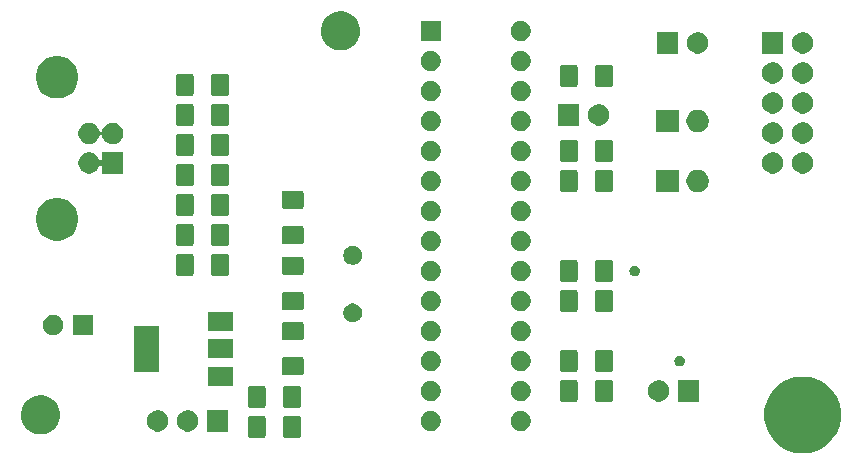
<source format=gbr>
G04 #@! TF.GenerationSoftware,KiCad,Pcbnew,(5.1.5-0-10_14)*
G04 #@! TF.CreationDate,2020-05-14T12:08:37+02:00*
G04 #@! TF.ProjectId,usbasp,75736261-7370-42e6-9b69-6361645f7063,rev?*
G04 #@! TF.SameCoordinates,Original*
G04 #@! TF.FileFunction,Soldermask,Top*
G04 #@! TF.FilePolarity,Negative*
%FSLAX46Y46*%
G04 Gerber Fmt 4.6, Leading zero omitted, Abs format (unit mm)*
G04 Created by KiCad (PCBNEW (5.1.5-0-10_14)) date 2020-05-14 12:08:37*
%MOMM*%
%LPD*%
G04 APERTURE LIST*
%ADD10C,0.100000*%
G04 APERTURE END LIST*
D10*
G36*
X170814239Y-66407467D02*
G01*
X171128282Y-66469934D01*
X171719926Y-66715001D01*
X172252392Y-67070784D01*
X172705216Y-67523608D01*
X173060999Y-68056074D01*
X173306066Y-68647718D01*
X173342846Y-68832624D01*
X173416519Y-69203000D01*
X173431000Y-69275804D01*
X173431000Y-69916196D01*
X173306066Y-70544282D01*
X173060999Y-71135926D01*
X172705216Y-71668392D01*
X172252392Y-72121216D01*
X171719926Y-72476999D01*
X171128282Y-72722066D01*
X170814239Y-72784533D01*
X170500197Y-72847000D01*
X169859803Y-72847000D01*
X169545761Y-72784533D01*
X169231718Y-72722066D01*
X168640074Y-72476999D01*
X168107608Y-72121216D01*
X167654784Y-71668392D01*
X167299001Y-71135926D01*
X167053934Y-70544282D01*
X166929000Y-69916196D01*
X166929000Y-69275804D01*
X166943482Y-69203000D01*
X167017154Y-68832624D01*
X167053934Y-68647718D01*
X167299001Y-68056074D01*
X167654784Y-67523608D01*
X168107608Y-67070784D01*
X168640074Y-66715001D01*
X169231718Y-66469934D01*
X169545761Y-66407467D01*
X169859803Y-66345000D01*
X170500197Y-66345000D01*
X170814239Y-66407467D01*
G37*
G36*
X124565062Y-69690181D02*
G01*
X124599981Y-69700774D01*
X124632163Y-69717976D01*
X124660373Y-69741127D01*
X124683524Y-69769337D01*
X124700726Y-69801519D01*
X124711319Y-69836438D01*
X124715500Y-69878895D01*
X124715500Y-71345105D01*
X124711319Y-71387562D01*
X124700726Y-71422481D01*
X124683524Y-71454663D01*
X124660373Y-71482873D01*
X124632163Y-71506024D01*
X124599981Y-71523226D01*
X124565062Y-71533819D01*
X124522605Y-71538000D01*
X123381395Y-71538000D01*
X123338938Y-71533819D01*
X123304019Y-71523226D01*
X123271837Y-71506024D01*
X123243627Y-71482873D01*
X123220476Y-71454663D01*
X123203274Y-71422481D01*
X123192681Y-71387562D01*
X123188500Y-71345105D01*
X123188500Y-69878895D01*
X123192681Y-69836438D01*
X123203274Y-69801519D01*
X123220476Y-69769337D01*
X123243627Y-69741127D01*
X123271837Y-69717976D01*
X123304019Y-69700774D01*
X123338938Y-69690181D01*
X123381395Y-69686000D01*
X124522605Y-69686000D01*
X124565062Y-69690181D01*
G37*
G36*
X127540062Y-69690181D02*
G01*
X127574981Y-69700774D01*
X127607163Y-69717976D01*
X127635373Y-69741127D01*
X127658524Y-69769337D01*
X127675726Y-69801519D01*
X127686319Y-69836438D01*
X127690500Y-69878895D01*
X127690500Y-71345105D01*
X127686319Y-71387562D01*
X127675726Y-71422481D01*
X127658524Y-71454663D01*
X127635373Y-71482873D01*
X127607163Y-71506024D01*
X127574981Y-71523226D01*
X127540062Y-71533819D01*
X127497605Y-71538000D01*
X126356395Y-71538000D01*
X126313938Y-71533819D01*
X126279019Y-71523226D01*
X126246837Y-71506024D01*
X126218627Y-71482873D01*
X126195476Y-71454663D01*
X126178274Y-71422481D01*
X126167681Y-71387562D01*
X126163500Y-71345105D01*
X126163500Y-69878895D01*
X126167681Y-69836438D01*
X126178274Y-69801519D01*
X126195476Y-69769337D01*
X126218627Y-69741127D01*
X126246837Y-69717976D01*
X126279019Y-69700774D01*
X126313938Y-69690181D01*
X126356395Y-69686000D01*
X127497605Y-69686000D01*
X127540062Y-69690181D01*
G37*
G36*
X106039256Y-67987298D02*
G01*
X106145579Y-68008447D01*
X106446042Y-68132903D01*
X106716451Y-68313585D01*
X106946415Y-68543549D01*
X107127097Y-68813958D01*
X107127098Y-68813960D01*
X107251553Y-69114422D01*
X107315000Y-69433389D01*
X107315000Y-69758611D01*
X107295673Y-69855772D01*
X107251553Y-70077579D01*
X107127097Y-70378042D01*
X106946415Y-70648451D01*
X106716451Y-70878415D01*
X106446042Y-71059097D01*
X106145579Y-71183553D01*
X106039256Y-71204702D01*
X105826611Y-71247000D01*
X105501389Y-71247000D01*
X105288744Y-71204702D01*
X105182421Y-71183553D01*
X104881958Y-71059097D01*
X104611549Y-70878415D01*
X104381585Y-70648451D01*
X104200903Y-70378042D01*
X104076447Y-70077579D01*
X104032327Y-69855772D01*
X104013000Y-69758611D01*
X104013000Y-69433389D01*
X104076447Y-69114422D01*
X104200902Y-68813960D01*
X104200903Y-68813958D01*
X104381585Y-68543549D01*
X104611549Y-68313585D01*
X104881958Y-68132903D01*
X105182421Y-68008447D01*
X105288744Y-67987298D01*
X105501389Y-67945000D01*
X105826611Y-67945000D01*
X106039256Y-67987298D01*
G37*
G36*
X121551000Y-71005000D02*
G01*
X119749000Y-71005000D01*
X119749000Y-69203000D01*
X121551000Y-69203000D01*
X121551000Y-71005000D01*
G37*
G36*
X118223512Y-69207927D02*
G01*
X118372812Y-69237624D01*
X118536784Y-69305544D01*
X118684354Y-69404147D01*
X118809853Y-69529646D01*
X118908456Y-69677216D01*
X118976376Y-69841188D01*
X119011000Y-70015259D01*
X119011000Y-70192741D01*
X118976376Y-70366812D01*
X118908456Y-70530784D01*
X118809853Y-70678354D01*
X118684354Y-70803853D01*
X118536784Y-70902456D01*
X118372812Y-70970376D01*
X118223512Y-71000073D01*
X118198742Y-71005000D01*
X118021258Y-71005000D01*
X117996488Y-71000073D01*
X117847188Y-70970376D01*
X117683216Y-70902456D01*
X117535646Y-70803853D01*
X117410147Y-70678354D01*
X117311544Y-70530784D01*
X117243624Y-70366812D01*
X117209000Y-70192741D01*
X117209000Y-70015259D01*
X117243624Y-69841188D01*
X117311544Y-69677216D01*
X117410147Y-69529646D01*
X117535646Y-69404147D01*
X117683216Y-69305544D01*
X117847188Y-69237624D01*
X117996488Y-69207927D01*
X118021258Y-69203000D01*
X118198742Y-69203000D01*
X118223512Y-69207927D01*
G37*
G36*
X115683512Y-69207927D02*
G01*
X115832812Y-69237624D01*
X115996784Y-69305544D01*
X116144354Y-69404147D01*
X116269853Y-69529646D01*
X116368456Y-69677216D01*
X116436376Y-69841188D01*
X116471000Y-70015259D01*
X116471000Y-70192741D01*
X116436376Y-70366812D01*
X116368456Y-70530784D01*
X116269853Y-70678354D01*
X116144354Y-70803853D01*
X115996784Y-70902456D01*
X115832812Y-70970376D01*
X115683512Y-71000073D01*
X115658742Y-71005000D01*
X115481258Y-71005000D01*
X115456488Y-71000073D01*
X115307188Y-70970376D01*
X115143216Y-70902456D01*
X114995646Y-70803853D01*
X114870147Y-70678354D01*
X114771544Y-70530784D01*
X114703624Y-70366812D01*
X114669000Y-70192741D01*
X114669000Y-70015259D01*
X114703624Y-69841188D01*
X114771544Y-69677216D01*
X114870147Y-69529646D01*
X114995646Y-69404147D01*
X115143216Y-69305544D01*
X115307188Y-69237624D01*
X115456488Y-69207927D01*
X115481258Y-69203000D01*
X115658742Y-69203000D01*
X115683512Y-69207927D01*
G37*
G36*
X146552228Y-69285703D02*
G01*
X146707100Y-69349853D01*
X146846481Y-69442985D01*
X146965015Y-69561519D01*
X147058147Y-69700900D01*
X147122297Y-69855772D01*
X147155000Y-70020184D01*
X147155000Y-70187816D01*
X147122297Y-70352228D01*
X147058147Y-70507100D01*
X146965015Y-70646481D01*
X146846481Y-70765015D01*
X146707100Y-70858147D01*
X146552228Y-70922297D01*
X146387816Y-70955000D01*
X146220184Y-70955000D01*
X146055772Y-70922297D01*
X145900900Y-70858147D01*
X145761519Y-70765015D01*
X145642985Y-70646481D01*
X145549853Y-70507100D01*
X145485703Y-70352228D01*
X145453000Y-70187816D01*
X145453000Y-70020184D01*
X145485703Y-69855772D01*
X145549853Y-69700900D01*
X145642985Y-69561519D01*
X145761519Y-69442985D01*
X145900900Y-69349853D01*
X146055772Y-69285703D01*
X146220184Y-69253000D01*
X146387816Y-69253000D01*
X146552228Y-69285703D01*
G37*
G36*
X138932228Y-69285703D02*
G01*
X139087100Y-69349853D01*
X139226481Y-69442985D01*
X139345015Y-69561519D01*
X139438147Y-69700900D01*
X139502297Y-69855772D01*
X139535000Y-70020184D01*
X139535000Y-70187816D01*
X139502297Y-70352228D01*
X139438147Y-70507100D01*
X139345015Y-70646481D01*
X139226481Y-70765015D01*
X139087100Y-70858147D01*
X138932228Y-70922297D01*
X138767816Y-70955000D01*
X138600184Y-70955000D01*
X138435772Y-70922297D01*
X138280900Y-70858147D01*
X138141519Y-70765015D01*
X138022985Y-70646481D01*
X137929853Y-70507100D01*
X137865703Y-70352228D01*
X137833000Y-70187816D01*
X137833000Y-70020184D01*
X137865703Y-69855772D01*
X137929853Y-69700900D01*
X138022985Y-69561519D01*
X138141519Y-69442985D01*
X138280900Y-69349853D01*
X138435772Y-69285703D01*
X138600184Y-69253000D01*
X138767816Y-69253000D01*
X138932228Y-69285703D01*
G37*
G36*
X127540062Y-67150181D02*
G01*
X127574981Y-67160774D01*
X127607163Y-67177976D01*
X127635373Y-67201127D01*
X127658524Y-67229337D01*
X127675726Y-67261519D01*
X127686319Y-67296438D01*
X127690500Y-67338895D01*
X127690500Y-68805105D01*
X127686319Y-68847562D01*
X127675726Y-68882481D01*
X127658524Y-68914663D01*
X127635373Y-68942873D01*
X127607163Y-68966024D01*
X127574981Y-68983226D01*
X127540062Y-68993819D01*
X127497605Y-68998000D01*
X126356395Y-68998000D01*
X126313938Y-68993819D01*
X126279019Y-68983226D01*
X126246837Y-68966024D01*
X126218627Y-68942873D01*
X126195476Y-68914663D01*
X126178274Y-68882481D01*
X126167681Y-68847562D01*
X126163500Y-68805105D01*
X126163500Y-67338895D01*
X126167681Y-67296438D01*
X126178274Y-67261519D01*
X126195476Y-67229337D01*
X126218627Y-67201127D01*
X126246837Y-67177976D01*
X126279019Y-67160774D01*
X126313938Y-67150181D01*
X126356395Y-67146000D01*
X127497605Y-67146000D01*
X127540062Y-67150181D01*
G37*
G36*
X124565062Y-67150181D02*
G01*
X124599981Y-67160774D01*
X124632163Y-67177976D01*
X124660373Y-67201127D01*
X124683524Y-67229337D01*
X124700726Y-67261519D01*
X124711319Y-67296438D01*
X124715500Y-67338895D01*
X124715500Y-68805105D01*
X124711319Y-68847562D01*
X124700726Y-68882481D01*
X124683524Y-68914663D01*
X124660373Y-68942873D01*
X124632163Y-68966024D01*
X124599981Y-68983226D01*
X124565062Y-68993819D01*
X124522605Y-68998000D01*
X123381395Y-68998000D01*
X123338938Y-68993819D01*
X123304019Y-68983226D01*
X123271837Y-68966024D01*
X123243627Y-68942873D01*
X123220476Y-68914663D01*
X123203274Y-68882481D01*
X123192681Y-68847562D01*
X123188500Y-68805105D01*
X123188500Y-67338895D01*
X123192681Y-67296438D01*
X123203274Y-67261519D01*
X123220476Y-67229337D01*
X123243627Y-67201127D01*
X123271837Y-67177976D01*
X123304019Y-67160774D01*
X123338938Y-67150181D01*
X123381395Y-67146000D01*
X124522605Y-67146000D01*
X124565062Y-67150181D01*
G37*
G36*
X150981062Y-66642181D02*
G01*
X151015981Y-66652774D01*
X151048163Y-66669976D01*
X151076373Y-66693127D01*
X151099524Y-66721337D01*
X151116726Y-66753519D01*
X151127319Y-66788438D01*
X151131500Y-66830895D01*
X151131500Y-68297105D01*
X151127319Y-68339562D01*
X151116726Y-68374481D01*
X151099524Y-68406663D01*
X151076373Y-68434873D01*
X151048163Y-68458024D01*
X151015981Y-68475226D01*
X150981062Y-68485819D01*
X150938605Y-68490000D01*
X149797395Y-68490000D01*
X149754938Y-68485819D01*
X149720019Y-68475226D01*
X149687837Y-68458024D01*
X149659627Y-68434873D01*
X149636476Y-68406663D01*
X149619274Y-68374481D01*
X149608681Y-68339562D01*
X149604500Y-68297105D01*
X149604500Y-66830895D01*
X149608681Y-66788438D01*
X149619274Y-66753519D01*
X149636476Y-66721337D01*
X149659627Y-66693127D01*
X149687837Y-66669976D01*
X149720019Y-66652774D01*
X149754938Y-66642181D01*
X149797395Y-66638000D01*
X150938605Y-66638000D01*
X150981062Y-66642181D01*
G37*
G36*
X153956062Y-66642181D02*
G01*
X153990981Y-66652774D01*
X154023163Y-66669976D01*
X154051373Y-66693127D01*
X154074524Y-66721337D01*
X154091726Y-66753519D01*
X154102319Y-66788438D01*
X154106500Y-66830895D01*
X154106500Y-68297105D01*
X154102319Y-68339562D01*
X154091726Y-68374481D01*
X154074524Y-68406663D01*
X154051373Y-68434873D01*
X154023163Y-68458024D01*
X153990981Y-68475226D01*
X153956062Y-68485819D01*
X153913605Y-68490000D01*
X152772395Y-68490000D01*
X152729938Y-68485819D01*
X152695019Y-68475226D01*
X152662837Y-68458024D01*
X152634627Y-68434873D01*
X152611476Y-68406663D01*
X152594274Y-68374481D01*
X152583681Y-68339562D01*
X152579500Y-68297105D01*
X152579500Y-66830895D01*
X152583681Y-66788438D01*
X152594274Y-66753519D01*
X152611476Y-66721337D01*
X152634627Y-66693127D01*
X152662837Y-66669976D01*
X152695019Y-66652774D01*
X152729938Y-66642181D01*
X152772395Y-66638000D01*
X153913605Y-66638000D01*
X153956062Y-66642181D01*
G37*
G36*
X161429000Y-68465000D02*
G01*
X159627000Y-68465000D01*
X159627000Y-66663000D01*
X161429000Y-66663000D01*
X161429000Y-68465000D01*
G37*
G36*
X158101512Y-66667927D02*
G01*
X158250812Y-66697624D01*
X158414784Y-66765544D01*
X158562354Y-66864147D01*
X158687853Y-66989646D01*
X158786456Y-67137216D01*
X158854376Y-67301188D01*
X158889000Y-67475259D01*
X158889000Y-67652741D01*
X158854376Y-67826812D01*
X158786456Y-67990784D01*
X158687853Y-68138354D01*
X158562354Y-68263853D01*
X158414784Y-68362456D01*
X158250812Y-68430376D01*
X158101512Y-68460073D01*
X158076742Y-68465000D01*
X157899258Y-68465000D01*
X157874488Y-68460073D01*
X157725188Y-68430376D01*
X157561216Y-68362456D01*
X157413646Y-68263853D01*
X157288147Y-68138354D01*
X157189544Y-67990784D01*
X157121624Y-67826812D01*
X157087000Y-67652741D01*
X157087000Y-67475259D01*
X157121624Y-67301188D01*
X157189544Y-67137216D01*
X157288147Y-66989646D01*
X157413646Y-66864147D01*
X157561216Y-66765544D01*
X157725188Y-66697624D01*
X157874488Y-66667927D01*
X157899258Y-66663000D01*
X158076742Y-66663000D01*
X158101512Y-66667927D01*
G37*
G36*
X146552228Y-66745703D02*
G01*
X146707100Y-66809853D01*
X146846481Y-66902985D01*
X146965015Y-67021519D01*
X147058147Y-67160900D01*
X147122297Y-67315772D01*
X147155000Y-67480184D01*
X147155000Y-67647816D01*
X147122297Y-67812228D01*
X147058147Y-67967100D01*
X146965015Y-68106481D01*
X146846481Y-68225015D01*
X146707100Y-68318147D01*
X146552228Y-68382297D01*
X146387816Y-68415000D01*
X146220184Y-68415000D01*
X146055772Y-68382297D01*
X145900900Y-68318147D01*
X145761519Y-68225015D01*
X145642985Y-68106481D01*
X145549853Y-67967100D01*
X145485703Y-67812228D01*
X145453000Y-67647816D01*
X145453000Y-67480184D01*
X145485703Y-67315772D01*
X145549853Y-67160900D01*
X145642985Y-67021519D01*
X145761519Y-66902985D01*
X145900900Y-66809853D01*
X146055772Y-66745703D01*
X146220184Y-66713000D01*
X146387816Y-66713000D01*
X146552228Y-66745703D01*
G37*
G36*
X138932228Y-66745703D02*
G01*
X139087100Y-66809853D01*
X139226481Y-66902985D01*
X139345015Y-67021519D01*
X139438147Y-67160900D01*
X139502297Y-67315772D01*
X139535000Y-67480184D01*
X139535000Y-67647816D01*
X139502297Y-67812228D01*
X139438147Y-67967100D01*
X139345015Y-68106481D01*
X139226481Y-68225015D01*
X139087100Y-68318147D01*
X138932228Y-68382297D01*
X138767816Y-68415000D01*
X138600184Y-68415000D01*
X138435772Y-68382297D01*
X138280900Y-68318147D01*
X138141519Y-68225015D01*
X138022985Y-68106481D01*
X137929853Y-67967100D01*
X137865703Y-67812228D01*
X137833000Y-67647816D01*
X137833000Y-67480184D01*
X137865703Y-67315772D01*
X137929853Y-67160900D01*
X138022985Y-67021519D01*
X138141519Y-66902985D01*
X138280900Y-66809853D01*
X138435772Y-66745703D01*
X138600184Y-66713000D01*
X138767816Y-66713000D01*
X138932228Y-66745703D01*
G37*
G36*
X121955000Y-67109000D02*
G01*
X119853000Y-67109000D01*
X119853000Y-65507000D01*
X121955000Y-65507000D01*
X121955000Y-67109000D01*
G37*
G36*
X127775562Y-64699681D02*
G01*
X127810481Y-64710274D01*
X127842663Y-64727476D01*
X127870873Y-64750627D01*
X127894024Y-64778837D01*
X127911226Y-64811019D01*
X127921819Y-64845938D01*
X127926000Y-64888395D01*
X127926000Y-66029605D01*
X127921819Y-66072062D01*
X127911226Y-66106981D01*
X127894024Y-66139163D01*
X127870873Y-66167373D01*
X127842663Y-66190524D01*
X127810481Y-66207726D01*
X127775562Y-66218319D01*
X127733105Y-66222500D01*
X126266895Y-66222500D01*
X126224438Y-66218319D01*
X126189519Y-66207726D01*
X126157337Y-66190524D01*
X126129127Y-66167373D01*
X126105976Y-66139163D01*
X126088774Y-66106981D01*
X126078181Y-66072062D01*
X126074000Y-66029605D01*
X126074000Y-64888395D01*
X126078181Y-64845938D01*
X126088774Y-64811019D01*
X126105976Y-64778837D01*
X126129127Y-64750627D01*
X126157337Y-64727476D01*
X126189519Y-64710274D01*
X126224438Y-64699681D01*
X126266895Y-64695500D01*
X127733105Y-64695500D01*
X127775562Y-64699681D01*
G37*
G36*
X115655000Y-65959000D02*
G01*
X113553000Y-65959000D01*
X113553000Y-62057000D01*
X115655000Y-62057000D01*
X115655000Y-65959000D01*
G37*
G36*
X150981062Y-64102181D02*
G01*
X151015981Y-64112774D01*
X151048163Y-64129976D01*
X151076373Y-64153127D01*
X151099524Y-64181337D01*
X151116726Y-64213519D01*
X151127319Y-64248438D01*
X151131500Y-64290895D01*
X151131500Y-65757105D01*
X151127319Y-65799562D01*
X151116726Y-65834481D01*
X151099524Y-65866663D01*
X151076373Y-65894873D01*
X151048163Y-65918024D01*
X151015981Y-65935226D01*
X150981062Y-65945819D01*
X150938605Y-65950000D01*
X149797395Y-65950000D01*
X149754938Y-65945819D01*
X149720019Y-65935226D01*
X149687837Y-65918024D01*
X149659627Y-65894873D01*
X149636476Y-65866663D01*
X149619274Y-65834481D01*
X149608681Y-65799562D01*
X149604500Y-65757105D01*
X149604500Y-64290895D01*
X149608681Y-64248438D01*
X149619274Y-64213519D01*
X149636476Y-64181337D01*
X149659627Y-64153127D01*
X149687837Y-64129976D01*
X149720019Y-64112774D01*
X149754938Y-64102181D01*
X149797395Y-64098000D01*
X150938605Y-64098000D01*
X150981062Y-64102181D01*
G37*
G36*
X153956062Y-64102181D02*
G01*
X153990981Y-64112774D01*
X154023163Y-64129976D01*
X154051373Y-64153127D01*
X154074524Y-64181337D01*
X154091726Y-64213519D01*
X154102319Y-64248438D01*
X154106500Y-64290895D01*
X154106500Y-65757105D01*
X154102319Y-65799562D01*
X154091726Y-65834481D01*
X154074524Y-65866663D01*
X154051373Y-65894873D01*
X154023163Y-65918024D01*
X153990981Y-65935226D01*
X153956062Y-65945819D01*
X153913605Y-65950000D01*
X152772395Y-65950000D01*
X152729938Y-65945819D01*
X152695019Y-65935226D01*
X152662837Y-65918024D01*
X152634627Y-65894873D01*
X152611476Y-65866663D01*
X152594274Y-65834481D01*
X152583681Y-65799562D01*
X152579500Y-65757105D01*
X152579500Y-64290895D01*
X152583681Y-64248438D01*
X152594274Y-64213519D01*
X152611476Y-64181337D01*
X152634627Y-64153127D01*
X152662837Y-64129976D01*
X152695019Y-64112774D01*
X152729938Y-64102181D01*
X152772395Y-64098000D01*
X153913605Y-64098000D01*
X153956062Y-64102181D01*
G37*
G36*
X138932228Y-64205703D02*
G01*
X139087100Y-64269853D01*
X139226481Y-64362985D01*
X139345015Y-64481519D01*
X139438147Y-64620900D01*
X139502297Y-64775772D01*
X139535000Y-64940184D01*
X139535000Y-65107816D01*
X139502297Y-65272228D01*
X139438147Y-65427100D01*
X139345015Y-65566481D01*
X139226481Y-65685015D01*
X139087100Y-65778147D01*
X138932228Y-65842297D01*
X138767816Y-65875000D01*
X138600184Y-65875000D01*
X138435772Y-65842297D01*
X138280900Y-65778147D01*
X138141519Y-65685015D01*
X138022985Y-65566481D01*
X137929853Y-65427100D01*
X137865703Y-65272228D01*
X137833000Y-65107816D01*
X137833000Y-64940184D01*
X137865703Y-64775772D01*
X137929853Y-64620900D01*
X138022985Y-64481519D01*
X138141519Y-64362985D01*
X138280900Y-64269853D01*
X138435772Y-64205703D01*
X138600184Y-64173000D01*
X138767816Y-64173000D01*
X138932228Y-64205703D01*
G37*
G36*
X146552228Y-64205703D02*
G01*
X146707100Y-64269853D01*
X146846481Y-64362985D01*
X146965015Y-64481519D01*
X147058147Y-64620900D01*
X147122297Y-64775772D01*
X147155000Y-64940184D01*
X147155000Y-65107816D01*
X147122297Y-65272228D01*
X147058147Y-65427100D01*
X146965015Y-65566481D01*
X146846481Y-65685015D01*
X146707100Y-65778147D01*
X146552228Y-65842297D01*
X146387816Y-65875000D01*
X146220184Y-65875000D01*
X146055772Y-65842297D01*
X145900900Y-65778147D01*
X145761519Y-65685015D01*
X145642985Y-65566481D01*
X145549853Y-65427100D01*
X145485703Y-65272228D01*
X145453000Y-65107816D01*
X145453000Y-64940184D01*
X145485703Y-64775772D01*
X145549853Y-64620900D01*
X145642985Y-64481519D01*
X145761519Y-64362985D01*
X145900900Y-64269853D01*
X146055772Y-64205703D01*
X146220184Y-64173000D01*
X146387816Y-64173000D01*
X146552228Y-64205703D01*
G37*
G36*
X159897552Y-64590331D02*
G01*
X159971351Y-64620900D01*
X159979629Y-64624329D01*
X160016813Y-64649175D01*
X160053495Y-64673685D01*
X160116315Y-64736505D01*
X160165672Y-64810373D01*
X160199669Y-64892448D01*
X160217000Y-64979579D01*
X160217000Y-65068421D01*
X160199669Y-65155552D01*
X160165672Y-65237627D01*
X160165671Y-65237629D01*
X160116314Y-65311496D01*
X160053496Y-65374314D01*
X159979629Y-65423671D01*
X159979628Y-65423672D01*
X159979627Y-65423672D01*
X159897552Y-65457669D01*
X159810421Y-65475000D01*
X159721579Y-65475000D01*
X159634448Y-65457669D01*
X159552373Y-65423672D01*
X159552372Y-65423672D01*
X159552371Y-65423671D01*
X159478504Y-65374314D01*
X159415686Y-65311496D01*
X159366329Y-65237629D01*
X159366328Y-65237627D01*
X159332331Y-65155552D01*
X159315000Y-65068421D01*
X159315000Y-64979579D01*
X159332331Y-64892448D01*
X159366328Y-64810373D01*
X159415685Y-64736505D01*
X159478505Y-64673685D01*
X159515187Y-64649175D01*
X159552371Y-64624329D01*
X159560649Y-64620900D01*
X159634448Y-64590331D01*
X159721579Y-64573000D01*
X159810421Y-64573000D01*
X159897552Y-64590331D01*
G37*
G36*
X121955000Y-64809000D02*
G01*
X119853000Y-64809000D01*
X119853000Y-63207000D01*
X121955000Y-63207000D01*
X121955000Y-64809000D01*
G37*
G36*
X146552228Y-61665703D02*
G01*
X146707100Y-61729853D01*
X146846481Y-61822985D01*
X146965015Y-61941519D01*
X147058147Y-62080900D01*
X147122297Y-62235772D01*
X147155000Y-62400184D01*
X147155000Y-62567816D01*
X147122297Y-62732228D01*
X147058147Y-62887100D01*
X146965015Y-63026481D01*
X146846481Y-63145015D01*
X146707100Y-63238147D01*
X146552228Y-63302297D01*
X146387816Y-63335000D01*
X146220184Y-63335000D01*
X146055772Y-63302297D01*
X145900900Y-63238147D01*
X145761519Y-63145015D01*
X145642985Y-63026481D01*
X145549853Y-62887100D01*
X145485703Y-62732228D01*
X145453000Y-62567816D01*
X145453000Y-62400184D01*
X145485703Y-62235772D01*
X145549853Y-62080900D01*
X145642985Y-61941519D01*
X145761519Y-61822985D01*
X145900900Y-61729853D01*
X146055772Y-61665703D01*
X146220184Y-61633000D01*
X146387816Y-61633000D01*
X146552228Y-61665703D01*
G37*
G36*
X138932228Y-61665703D02*
G01*
X139087100Y-61729853D01*
X139226481Y-61822985D01*
X139345015Y-61941519D01*
X139438147Y-62080900D01*
X139502297Y-62235772D01*
X139535000Y-62400184D01*
X139535000Y-62567816D01*
X139502297Y-62732228D01*
X139438147Y-62887100D01*
X139345015Y-63026481D01*
X139226481Y-63145015D01*
X139087100Y-63238147D01*
X138932228Y-63302297D01*
X138767816Y-63335000D01*
X138600184Y-63335000D01*
X138435772Y-63302297D01*
X138280900Y-63238147D01*
X138141519Y-63145015D01*
X138022985Y-63026481D01*
X137929853Y-62887100D01*
X137865703Y-62732228D01*
X137833000Y-62567816D01*
X137833000Y-62400184D01*
X137865703Y-62235772D01*
X137929853Y-62080900D01*
X138022985Y-61941519D01*
X138141519Y-61822985D01*
X138280900Y-61729853D01*
X138435772Y-61665703D01*
X138600184Y-61633000D01*
X138767816Y-61633000D01*
X138932228Y-61665703D01*
G37*
G36*
X127775562Y-61724681D02*
G01*
X127810481Y-61735274D01*
X127842663Y-61752476D01*
X127870873Y-61775627D01*
X127894024Y-61803837D01*
X127911226Y-61836019D01*
X127921819Y-61870938D01*
X127926000Y-61913395D01*
X127926000Y-63054605D01*
X127921819Y-63097062D01*
X127911226Y-63131981D01*
X127894024Y-63164163D01*
X127870873Y-63192373D01*
X127842663Y-63215524D01*
X127810481Y-63232726D01*
X127775562Y-63243319D01*
X127733105Y-63247500D01*
X126266895Y-63247500D01*
X126224438Y-63243319D01*
X126189519Y-63232726D01*
X126157337Y-63215524D01*
X126129127Y-63192373D01*
X126105976Y-63164163D01*
X126088774Y-63131981D01*
X126078181Y-63097062D01*
X126074000Y-63054605D01*
X126074000Y-61913395D01*
X126078181Y-61870938D01*
X126088774Y-61836019D01*
X126105976Y-61803837D01*
X126129127Y-61775627D01*
X126157337Y-61752476D01*
X126189519Y-61735274D01*
X126224438Y-61724681D01*
X126266895Y-61720500D01*
X127733105Y-61720500D01*
X127775562Y-61724681D01*
G37*
G36*
X110071000Y-62827000D02*
G01*
X108369000Y-62827000D01*
X108369000Y-61125000D01*
X110071000Y-61125000D01*
X110071000Y-62827000D01*
G37*
G36*
X106968228Y-61157703D02*
G01*
X107123100Y-61221853D01*
X107262481Y-61314985D01*
X107381015Y-61433519D01*
X107474147Y-61572900D01*
X107538297Y-61727772D01*
X107571000Y-61892184D01*
X107571000Y-62059816D01*
X107538297Y-62224228D01*
X107474147Y-62379100D01*
X107381015Y-62518481D01*
X107262481Y-62637015D01*
X107123100Y-62730147D01*
X106968228Y-62794297D01*
X106803816Y-62827000D01*
X106636184Y-62827000D01*
X106471772Y-62794297D01*
X106316900Y-62730147D01*
X106177519Y-62637015D01*
X106058985Y-62518481D01*
X105965853Y-62379100D01*
X105901703Y-62224228D01*
X105869000Y-62059816D01*
X105869000Y-61892184D01*
X105901703Y-61727772D01*
X105965853Y-61572900D01*
X106058985Y-61433519D01*
X106177519Y-61314985D01*
X106316900Y-61221853D01*
X106471772Y-61157703D01*
X106636184Y-61125000D01*
X106803816Y-61125000D01*
X106968228Y-61157703D01*
G37*
G36*
X121955000Y-62509000D02*
G01*
X119853000Y-62509000D01*
X119853000Y-60907000D01*
X121955000Y-60907000D01*
X121955000Y-62509000D01*
G37*
G36*
X132313642Y-60189781D02*
G01*
X132459414Y-60250162D01*
X132459416Y-60250163D01*
X132590608Y-60337822D01*
X132702178Y-60449392D01*
X132764139Y-60542124D01*
X132789838Y-60580586D01*
X132850219Y-60726358D01*
X132881000Y-60881107D01*
X132881000Y-61038893D01*
X132850219Y-61193642D01*
X132799957Y-61314985D01*
X132789837Y-61339416D01*
X132702178Y-61470608D01*
X132590608Y-61582178D01*
X132459416Y-61669837D01*
X132459415Y-61669838D01*
X132459414Y-61669838D01*
X132313642Y-61730219D01*
X132158893Y-61761000D01*
X132001107Y-61761000D01*
X131846358Y-61730219D01*
X131700586Y-61669838D01*
X131700585Y-61669838D01*
X131700584Y-61669837D01*
X131569392Y-61582178D01*
X131457822Y-61470608D01*
X131370163Y-61339416D01*
X131360043Y-61314985D01*
X131309781Y-61193642D01*
X131279000Y-61038893D01*
X131279000Y-60881107D01*
X131309781Y-60726358D01*
X131370162Y-60580586D01*
X131395861Y-60542124D01*
X131457822Y-60449392D01*
X131569392Y-60337822D01*
X131700584Y-60250163D01*
X131700586Y-60250162D01*
X131846358Y-60189781D01*
X132001107Y-60159000D01*
X132158893Y-60159000D01*
X132313642Y-60189781D01*
G37*
G36*
X150981062Y-59022181D02*
G01*
X151015981Y-59032774D01*
X151048163Y-59049976D01*
X151076373Y-59073127D01*
X151099524Y-59101337D01*
X151116726Y-59133519D01*
X151127319Y-59168438D01*
X151131500Y-59210895D01*
X151131500Y-60677105D01*
X151127319Y-60719562D01*
X151116726Y-60754481D01*
X151099524Y-60786663D01*
X151076373Y-60814873D01*
X151048163Y-60838024D01*
X151015981Y-60855226D01*
X150981062Y-60865819D01*
X150938605Y-60870000D01*
X149797395Y-60870000D01*
X149754938Y-60865819D01*
X149720019Y-60855226D01*
X149687837Y-60838024D01*
X149659627Y-60814873D01*
X149636476Y-60786663D01*
X149619274Y-60754481D01*
X149608681Y-60719562D01*
X149604500Y-60677105D01*
X149604500Y-59210895D01*
X149608681Y-59168438D01*
X149619274Y-59133519D01*
X149636476Y-59101337D01*
X149659627Y-59073127D01*
X149687837Y-59049976D01*
X149720019Y-59032774D01*
X149754938Y-59022181D01*
X149797395Y-59018000D01*
X150938605Y-59018000D01*
X150981062Y-59022181D01*
G37*
G36*
X153956062Y-59022181D02*
G01*
X153990981Y-59032774D01*
X154023163Y-59049976D01*
X154051373Y-59073127D01*
X154074524Y-59101337D01*
X154091726Y-59133519D01*
X154102319Y-59168438D01*
X154106500Y-59210895D01*
X154106500Y-60677105D01*
X154102319Y-60719562D01*
X154091726Y-60754481D01*
X154074524Y-60786663D01*
X154051373Y-60814873D01*
X154023163Y-60838024D01*
X153990981Y-60855226D01*
X153956062Y-60865819D01*
X153913605Y-60870000D01*
X152772395Y-60870000D01*
X152729938Y-60865819D01*
X152695019Y-60855226D01*
X152662837Y-60838024D01*
X152634627Y-60814873D01*
X152611476Y-60786663D01*
X152594274Y-60754481D01*
X152583681Y-60719562D01*
X152579500Y-60677105D01*
X152579500Y-59210895D01*
X152583681Y-59168438D01*
X152594274Y-59133519D01*
X152611476Y-59101337D01*
X152634627Y-59073127D01*
X152662837Y-59049976D01*
X152695019Y-59032774D01*
X152729938Y-59022181D01*
X152772395Y-59018000D01*
X153913605Y-59018000D01*
X153956062Y-59022181D01*
G37*
G36*
X146552228Y-59125703D02*
G01*
X146707100Y-59189853D01*
X146846481Y-59282985D01*
X146965015Y-59401519D01*
X147058147Y-59540900D01*
X147122297Y-59695772D01*
X147155000Y-59860184D01*
X147155000Y-60027816D01*
X147122297Y-60192228D01*
X147058147Y-60347100D01*
X146965015Y-60486481D01*
X146846481Y-60605015D01*
X146707100Y-60698147D01*
X146552228Y-60762297D01*
X146387816Y-60795000D01*
X146220184Y-60795000D01*
X146055772Y-60762297D01*
X145900900Y-60698147D01*
X145761519Y-60605015D01*
X145642985Y-60486481D01*
X145549853Y-60347100D01*
X145485703Y-60192228D01*
X145453000Y-60027816D01*
X145453000Y-59860184D01*
X145485703Y-59695772D01*
X145549853Y-59540900D01*
X145642985Y-59401519D01*
X145761519Y-59282985D01*
X145900900Y-59189853D01*
X146055772Y-59125703D01*
X146220184Y-59093000D01*
X146387816Y-59093000D01*
X146552228Y-59125703D01*
G37*
G36*
X138932228Y-59125703D02*
G01*
X139087100Y-59189853D01*
X139226481Y-59282985D01*
X139345015Y-59401519D01*
X139438147Y-59540900D01*
X139502297Y-59695772D01*
X139535000Y-59860184D01*
X139535000Y-60027816D01*
X139502297Y-60192228D01*
X139438147Y-60347100D01*
X139345015Y-60486481D01*
X139226481Y-60605015D01*
X139087100Y-60698147D01*
X138932228Y-60762297D01*
X138767816Y-60795000D01*
X138600184Y-60795000D01*
X138435772Y-60762297D01*
X138280900Y-60698147D01*
X138141519Y-60605015D01*
X138022985Y-60486481D01*
X137929853Y-60347100D01*
X137865703Y-60192228D01*
X137833000Y-60027816D01*
X137833000Y-59860184D01*
X137865703Y-59695772D01*
X137929853Y-59540900D01*
X138022985Y-59401519D01*
X138141519Y-59282985D01*
X138280900Y-59189853D01*
X138435772Y-59125703D01*
X138600184Y-59093000D01*
X138767816Y-59093000D01*
X138932228Y-59125703D01*
G37*
G36*
X127775562Y-59184681D02*
G01*
X127810481Y-59195274D01*
X127842663Y-59212476D01*
X127870873Y-59235627D01*
X127894024Y-59263837D01*
X127911226Y-59296019D01*
X127921819Y-59330938D01*
X127926000Y-59373395D01*
X127926000Y-60514605D01*
X127921819Y-60557062D01*
X127911226Y-60591981D01*
X127894024Y-60624163D01*
X127870873Y-60652373D01*
X127842663Y-60675524D01*
X127810481Y-60692726D01*
X127775562Y-60703319D01*
X127733105Y-60707500D01*
X126266895Y-60707500D01*
X126224438Y-60703319D01*
X126189519Y-60692726D01*
X126157337Y-60675524D01*
X126129127Y-60652373D01*
X126105976Y-60624163D01*
X126088774Y-60591981D01*
X126078181Y-60557062D01*
X126074000Y-60514605D01*
X126074000Y-59373395D01*
X126078181Y-59330938D01*
X126088774Y-59296019D01*
X126105976Y-59263837D01*
X126129127Y-59235627D01*
X126157337Y-59212476D01*
X126189519Y-59195274D01*
X126224438Y-59184681D01*
X126266895Y-59180500D01*
X127733105Y-59180500D01*
X127775562Y-59184681D01*
G37*
G36*
X153956062Y-56482181D02*
G01*
X153990981Y-56492774D01*
X154023163Y-56509976D01*
X154051373Y-56533127D01*
X154074524Y-56561337D01*
X154091726Y-56593519D01*
X154102319Y-56628438D01*
X154106500Y-56670895D01*
X154106500Y-58137105D01*
X154102319Y-58179562D01*
X154091726Y-58214481D01*
X154074524Y-58246663D01*
X154051373Y-58274873D01*
X154023163Y-58298024D01*
X153990981Y-58315226D01*
X153956062Y-58325819D01*
X153913605Y-58330000D01*
X152772395Y-58330000D01*
X152729938Y-58325819D01*
X152695019Y-58315226D01*
X152662837Y-58298024D01*
X152634627Y-58274873D01*
X152611476Y-58246663D01*
X152594274Y-58214481D01*
X152583681Y-58179562D01*
X152579500Y-58137105D01*
X152579500Y-56670895D01*
X152583681Y-56628438D01*
X152594274Y-56593519D01*
X152611476Y-56561337D01*
X152634627Y-56533127D01*
X152662837Y-56509976D01*
X152695019Y-56492774D01*
X152729938Y-56482181D01*
X152772395Y-56478000D01*
X153913605Y-56478000D01*
X153956062Y-56482181D01*
G37*
G36*
X150981062Y-56482181D02*
G01*
X151015981Y-56492774D01*
X151048163Y-56509976D01*
X151076373Y-56533127D01*
X151099524Y-56561337D01*
X151116726Y-56593519D01*
X151127319Y-56628438D01*
X151131500Y-56670895D01*
X151131500Y-58137105D01*
X151127319Y-58179562D01*
X151116726Y-58214481D01*
X151099524Y-58246663D01*
X151076373Y-58274873D01*
X151048163Y-58298024D01*
X151015981Y-58315226D01*
X150981062Y-58325819D01*
X150938605Y-58330000D01*
X149797395Y-58330000D01*
X149754938Y-58325819D01*
X149720019Y-58315226D01*
X149687837Y-58298024D01*
X149659627Y-58274873D01*
X149636476Y-58246663D01*
X149619274Y-58214481D01*
X149608681Y-58179562D01*
X149604500Y-58137105D01*
X149604500Y-56670895D01*
X149608681Y-56628438D01*
X149619274Y-56593519D01*
X149636476Y-56561337D01*
X149659627Y-56533127D01*
X149687837Y-56509976D01*
X149720019Y-56492774D01*
X149754938Y-56482181D01*
X149797395Y-56478000D01*
X150938605Y-56478000D01*
X150981062Y-56482181D01*
G37*
G36*
X138932228Y-56585703D02*
G01*
X139087100Y-56649853D01*
X139226481Y-56742985D01*
X139345015Y-56861519D01*
X139438147Y-57000900D01*
X139502297Y-57155772D01*
X139535000Y-57320184D01*
X139535000Y-57487816D01*
X139502297Y-57652228D01*
X139438147Y-57807100D01*
X139345015Y-57946481D01*
X139226481Y-58065015D01*
X139087100Y-58158147D01*
X138932228Y-58222297D01*
X138767816Y-58255000D01*
X138600184Y-58255000D01*
X138435772Y-58222297D01*
X138280900Y-58158147D01*
X138141519Y-58065015D01*
X138022985Y-57946481D01*
X137929853Y-57807100D01*
X137865703Y-57652228D01*
X137833000Y-57487816D01*
X137833000Y-57320184D01*
X137865703Y-57155772D01*
X137929853Y-57000900D01*
X138022985Y-56861519D01*
X138141519Y-56742985D01*
X138280900Y-56649853D01*
X138435772Y-56585703D01*
X138600184Y-56553000D01*
X138767816Y-56553000D01*
X138932228Y-56585703D01*
G37*
G36*
X146552228Y-56585703D02*
G01*
X146707100Y-56649853D01*
X146846481Y-56742985D01*
X146965015Y-56861519D01*
X147058147Y-57000900D01*
X147122297Y-57155772D01*
X147155000Y-57320184D01*
X147155000Y-57487816D01*
X147122297Y-57652228D01*
X147058147Y-57807100D01*
X146965015Y-57946481D01*
X146846481Y-58065015D01*
X146707100Y-58158147D01*
X146552228Y-58222297D01*
X146387816Y-58255000D01*
X146220184Y-58255000D01*
X146055772Y-58222297D01*
X145900900Y-58158147D01*
X145761519Y-58065015D01*
X145642985Y-57946481D01*
X145549853Y-57807100D01*
X145485703Y-57652228D01*
X145453000Y-57487816D01*
X145453000Y-57320184D01*
X145485703Y-57155772D01*
X145549853Y-57000900D01*
X145642985Y-56861519D01*
X145761519Y-56742985D01*
X145900900Y-56649853D01*
X146055772Y-56585703D01*
X146220184Y-56553000D01*
X146387816Y-56553000D01*
X146552228Y-56585703D01*
G37*
G36*
X156087552Y-56970331D02*
G01*
X156161351Y-57000900D01*
X156169629Y-57004329D01*
X156206813Y-57029175D01*
X156243495Y-57053685D01*
X156306315Y-57116505D01*
X156355672Y-57190373D01*
X156389669Y-57272448D01*
X156407000Y-57359579D01*
X156407000Y-57448421D01*
X156389669Y-57535552D01*
X156355672Y-57617627D01*
X156306315Y-57691495D01*
X156243495Y-57754315D01*
X156209766Y-57776852D01*
X156169629Y-57803671D01*
X156169628Y-57803672D01*
X156169627Y-57803672D01*
X156087552Y-57837669D01*
X156000421Y-57855000D01*
X155911579Y-57855000D01*
X155824448Y-57837669D01*
X155742373Y-57803672D01*
X155742372Y-57803672D01*
X155742371Y-57803671D01*
X155702234Y-57776852D01*
X155668505Y-57754315D01*
X155605685Y-57691495D01*
X155556328Y-57617627D01*
X155522331Y-57535552D01*
X155505000Y-57448421D01*
X155505000Y-57359579D01*
X155522331Y-57272448D01*
X155556328Y-57190373D01*
X155605685Y-57116505D01*
X155668505Y-57053685D01*
X155705187Y-57029175D01*
X155742371Y-57004329D01*
X155750649Y-57000900D01*
X155824448Y-56970331D01*
X155911579Y-56953000D01*
X156000421Y-56953000D01*
X156087552Y-56970331D01*
G37*
G36*
X121444062Y-55974181D02*
G01*
X121478981Y-55984774D01*
X121511163Y-56001976D01*
X121539373Y-56025127D01*
X121562524Y-56053337D01*
X121579726Y-56085519D01*
X121590319Y-56120438D01*
X121594500Y-56162895D01*
X121594500Y-57629105D01*
X121590319Y-57671562D01*
X121579726Y-57706481D01*
X121562524Y-57738663D01*
X121539373Y-57766873D01*
X121511163Y-57790024D01*
X121478981Y-57807226D01*
X121444062Y-57817819D01*
X121401605Y-57822000D01*
X120260395Y-57822000D01*
X120217938Y-57817819D01*
X120183019Y-57807226D01*
X120150837Y-57790024D01*
X120122627Y-57766873D01*
X120099476Y-57738663D01*
X120082274Y-57706481D01*
X120071681Y-57671562D01*
X120067500Y-57629105D01*
X120067500Y-56162895D01*
X120071681Y-56120438D01*
X120082274Y-56085519D01*
X120099476Y-56053337D01*
X120122627Y-56025127D01*
X120150837Y-56001976D01*
X120183019Y-55984774D01*
X120217938Y-55974181D01*
X120260395Y-55970000D01*
X121401605Y-55970000D01*
X121444062Y-55974181D01*
G37*
G36*
X118469062Y-55974181D02*
G01*
X118503981Y-55984774D01*
X118536163Y-56001976D01*
X118564373Y-56025127D01*
X118587524Y-56053337D01*
X118604726Y-56085519D01*
X118615319Y-56120438D01*
X118619500Y-56162895D01*
X118619500Y-57629105D01*
X118615319Y-57671562D01*
X118604726Y-57706481D01*
X118587524Y-57738663D01*
X118564373Y-57766873D01*
X118536163Y-57790024D01*
X118503981Y-57807226D01*
X118469062Y-57817819D01*
X118426605Y-57822000D01*
X117285395Y-57822000D01*
X117242938Y-57817819D01*
X117208019Y-57807226D01*
X117175837Y-57790024D01*
X117147627Y-57766873D01*
X117124476Y-57738663D01*
X117107274Y-57706481D01*
X117096681Y-57671562D01*
X117092500Y-57629105D01*
X117092500Y-56162895D01*
X117096681Y-56120438D01*
X117107274Y-56085519D01*
X117124476Y-56053337D01*
X117147627Y-56025127D01*
X117175837Y-56001976D01*
X117208019Y-55984774D01*
X117242938Y-55974181D01*
X117285395Y-55970000D01*
X118426605Y-55970000D01*
X118469062Y-55974181D01*
G37*
G36*
X127775562Y-56209681D02*
G01*
X127810481Y-56220274D01*
X127842663Y-56237476D01*
X127870873Y-56260627D01*
X127894024Y-56288837D01*
X127911226Y-56321019D01*
X127921819Y-56355938D01*
X127926000Y-56398395D01*
X127926000Y-57539605D01*
X127921819Y-57582062D01*
X127911226Y-57616981D01*
X127894024Y-57649163D01*
X127870873Y-57677373D01*
X127842663Y-57700524D01*
X127810481Y-57717726D01*
X127775562Y-57728319D01*
X127733105Y-57732500D01*
X126266895Y-57732500D01*
X126224438Y-57728319D01*
X126189519Y-57717726D01*
X126157337Y-57700524D01*
X126129127Y-57677373D01*
X126105976Y-57649163D01*
X126088774Y-57616981D01*
X126078181Y-57582062D01*
X126074000Y-57539605D01*
X126074000Y-56398395D01*
X126078181Y-56355938D01*
X126088774Y-56321019D01*
X126105976Y-56288837D01*
X126129127Y-56260627D01*
X126157337Y-56237476D01*
X126189519Y-56220274D01*
X126224438Y-56209681D01*
X126266895Y-56205500D01*
X127733105Y-56205500D01*
X127775562Y-56209681D01*
G37*
G36*
X132313642Y-55309781D02*
G01*
X132459414Y-55370162D01*
X132459416Y-55370163D01*
X132590608Y-55457822D01*
X132702178Y-55569392D01*
X132777618Y-55682297D01*
X132789838Y-55700586D01*
X132850219Y-55846358D01*
X132881000Y-56001107D01*
X132881000Y-56158893D01*
X132850219Y-56313642D01*
X132815113Y-56398395D01*
X132789837Y-56459416D01*
X132702178Y-56590608D01*
X132590608Y-56702178D01*
X132459416Y-56789837D01*
X132459415Y-56789838D01*
X132459414Y-56789838D01*
X132313642Y-56850219D01*
X132158893Y-56881000D01*
X132001107Y-56881000D01*
X131846358Y-56850219D01*
X131700586Y-56789838D01*
X131700585Y-56789838D01*
X131700584Y-56789837D01*
X131569392Y-56702178D01*
X131457822Y-56590608D01*
X131370163Y-56459416D01*
X131344887Y-56398395D01*
X131309781Y-56313642D01*
X131279000Y-56158893D01*
X131279000Y-56001107D01*
X131309781Y-55846358D01*
X131370162Y-55700586D01*
X131382382Y-55682297D01*
X131457822Y-55569392D01*
X131569392Y-55457822D01*
X131700584Y-55370163D01*
X131700586Y-55370162D01*
X131846358Y-55309781D01*
X132001107Y-55279000D01*
X132158893Y-55279000D01*
X132313642Y-55309781D01*
G37*
G36*
X146552228Y-54045703D02*
G01*
X146707100Y-54109853D01*
X146846481Y-54202985D01*
X146965015Y-54321519D01*
X147058147Y-54460900D01*
X147122297Y-54615772D01*
X147155000Y-54780184D01*
X147155000Y-54947816D01*
X147122297Y-55112228D01*
X147058147Y-55267100D01*
X146965015Y-55406481D01*
X146846481Y-55525015D01*
X146707100Y-55618147D01*
X146552228Y-55682297D01*
X146387816Y-55715000D01*
X146220184Y-55715000D01*
X146055772Y-55682297D01*
X145900900Y-55618147D01*
X145761519Y-55525015D01*
X145642985Y-55406481D01*
X145549853Y-55267100D01*
X145485703Y-55112228D01*
X145453000Y-54947816D01*
X145453000Y-54780184D01*
X145485703Y-54615772D01*
X145549853Y-54460900D01*
X145642985Y-54321519D01*
X145761519Y-54202985D01*
X145900900Y-54109853D01*
X146055772Y-54045703D01*
X146220184Y-54013000D01*
X146387816Y-54013000D01*
X146552228Y-54045703D01*
G37*
G36*
X138932228Y-54045703D02*
G01*
X139087100Y-54109853D01*
X139226481Y-54202985D01*
X139345015Y-54321519D01*
X139438147Y-54460900D01*
X139502297Y-54615772D01*
X139535000Y-54780184D01*
X139535000Y-54947816D01*
X139502297Y-55112228D01*
X139438147Y-55267100D01*
X139345015Y-55406481D01*
X139226481Y-55525015D01*
X139087100Y-55618147D01*
X138932228Y-55682297D01*
X138767816Y-55715000D01*
X138600184Y-55715000D01*
X138435772Y-55682297D01*
X138280900Y-55618147D01*
X138141519Y-55525015D01*
X138022985Y-55406481D01*
X137929853Y-55267100D01*
X137865703Y-55112228D01*
X137833000Y-54947816D01*
X137833000Y-54780184D01*
X137865703Y-54615772D01*
X137929853Y-54460900D01*
X138022985Y-54321519D01*
X138141519Y-54202985D01*
X138280900Y-54109853D01*
X138435772Y-54045703D01*
X138600184Y-54013000D01*
X138767816Y-54013000D01*
X138932228Y-54045703D01*
G37*
G36*
X118469062Y-53434181D02*
G01*
X118503981Y-53444774D01*
X118536163Y-53461976D01*
X118564373Y-53485127D01*
X118587524Y-53513337D01*
X118604726Y-53545519D01*
X118615319Y-53580438D01*
X118619500Y-53622895D01*
X118619500Y-55089105D01*
X118615319Y-55131562D01*
X118604726Y-55166481D01*
X118587524Y-55198663D01*
X118564373Y-55226873D01*
X118536163Y-55250024D01*
X118503981Y-55267226D01*
X118469062Y-55277819D01*
X118426605Y-55282000D01*
X117285395Y-55282000D01*
X117242938Y-55277819D01*
X117208019Y-55267226D01*
X117175837Y-55250024D01*
X117147627Y-55226873D01*
X117124476Y-55198663D01*
X117107274Y-55166481D01*
X117096681Y-55131562D01*
X117092500Y-55089105D01*
X117092500Y-53622895D01*
X117096681Y-53580438D01*
X117107274Y-53545519D01*
X117124476Y-53513337D01*
X117147627Y-53485127D01*
X117175837Y-53461976D01*
X117208019Y-53444774D01*
X117242938Y-53434181D01*
X117285395Y-53430000D01*
X118426605Y-53430000D01*
X118469062Y-53434181D01*
G37*
G36*
X121444062Y-53434181D02*
G01*
X121478981Y-53444774D01*
X121511163Y-53461976D01*
X121539373Y-53485127D01*
X121562524Y-53513337D01*
X121579726Y-53545519D01*
X121590319Y-53580438D01*
X121594500Y-53622895D01*
X121594500Y-55089105D01*
X121590319Y-55131562D01*
X121579726Y-55166481D01*
X121562524Y-55198663D01*
X121539373Y-55226873D01*
X121511163Y-55250024D01*
X121478981Y-55267226D01*
X121444062Y-55277819D01*
X121401605Y-55282000D01*
X120260395Y-55282000D01*
X120217938Y-55277819D01*
X120183019Y-55267226D01*
X120150837Y-55250024D01*
X120122627Y-55226873D01*
X120099476Y-55198663D01*
X120082274Y-55166481D01*
X120071681Y-55131562D01*
X120067500Y-55089105D01*
X120067500Y-53622895D01*
X120071681Y-53580438D01*
X120082274Y-53545519D01*
X120099476Y-53513337D01*
X120122627Y-53485127D01*
X120150837Y-53461976D01*
X120183019Y-53444774D01*
X120217938Y-53434181D01*
X120260395Y-53430000D01*
X121401605Y-53430000D01*
X121444062Y-53434181D01*
G37*
G36*
X127775562Y-53596681D02*
G01*
X127810481Y-53607274D01*
X127842663Y-53624476D01*
X127870873Y-53647627D01*
X127894024Y-53675837D01*
X127911226Y-53708019D01*
X127921819Y-53742938D01*
X127926000Y-53785395D01*
X127926000Y-54926605D01*
X127921819Y-54969062D01*
X127911226Y-55003981D01*
X127894024Y-55036163D01*
X127870873Y-55064373D01*
X127842663Y-55087524D01*
X127810481Y-55104726D01*
X127775562Y-55115319D01*
X127733105Y-55119500D01*
X126266895Y-55119500D01*
X126224438Y-55115319D01*
X126189519Y-55104726D01*
X126157337Y-55087524D01*
X126129127Y-55064373D01*
X126105976Y-55036163D01*
X126088774Y-55003981D01*
X126078181Y-54969062D01*
X126074000Y-54926605D01*
X126074000Y-53785395D01*
X126078181Y-53742938D01*
X126088774Y-53708019D01*
X126105976Y-53675837D01*
X126129127Y-53647627D01*
X126157337Y-53624476D01*
X126189519Y-53607274D01*
X126224438Y-53596681D01*
X126266895Y-53592500D01*
X127733105Y-53592500D01*
X127775562Y-53596681D01*
G37*
G36*
X107575331Y-51298211D02*
G01*
X107903092Y-51433974D01*
X108198070Y-51631072D01*
X108448928Y-51881930D01*
X108646026Y-52176908D01*
X108781789Y-52504669D01*
X108851000Y-52852616D01*
X108851000Y-53207384D01*
X108781789Y-53555331D01*
X108646026Y-53883092D01*
X108448928Y-54178070D01*
X108198070Y-54428928D01*
X107903092Y-54626026D01*
X107575331Y-54761789D01*
X107227384Y-54831000D01*
X106872616Y-54831000D01*
X106524669Y-54761789D01*
X106196908Y-54626026D01*
X105901930Y-54428928D01*
X105651072Y-54178070D01*
X105453974Y-53883092D01*
X105318211Y-53555331D01*
X105249000Y-53207384D01*
X105249000Y-52852616D01*
X105318211Y-52504669D01*
X105453974Y-52176908D01*
X105651072Y-51881930D01*
X105901930Y-51631072D01*
X106196908Y-51433974D01*
X106524669Y-51298211D01*
X106872616Y-51229000D01*
X107227384Y-51229000D01*
X107575331Y-51298211D01*
G37*
G36*
X138932228Y-51505703D02*
G01*
X139087100Y-51569853D01*
X139226481Y-51662985D01*
X139345015Y-51781519D01*
X139438147Y-51920900D01*
X139502297Y-52075772D01*
X139535000Y-52240184D01*
X139535000Y-52407816D01*
X139502297Y-52572228D01*
X139438147Y-52727100D01*
X139345015Y-52866481D01*
X139226481Y-52985015D01*
X139087100Y-53078147D01*
X138932228Y-53142297D01*
X138767816Y-53175000D01*
X138600184Y-53175000D01*
X138435772Y-53142297D01*
X138280900Y-53078147D01*
X138141519Y-52985015D01*
X138022985Y-52866481D01*
X137929853Y-52727100D01*
X137865703Y-52572228D01*
X137833000Y-52407816D01*
X137833000Y-52240184D01*
X137865703Y-52075772D01*
X137929853Y-51920900D01*
X138022985Y-51781519D01*
X138141519Y-51662985D01*
X138280900Y-51569853D01*
X138435772Y-51505703D01*
X138600184Y-51473000D01*
X138767816Y-51473000D01*
X138932228Y-51505703D01*
G37*
G36*
X146552228Y-51505703D02*
G01*
X146707100Y-51569853D01*
X146846481Y-51662985D01*
X146965015Y-51781519D01*
X147058147Y-51920900D01*
X147122297Y-52075772D01*
X147155000Y-52240184D01*
X147155000Y-52407816D01*
X147122297Y-52572228D01*
X147058147Y-52727100D01*
X146965015Y-52866481D01*
X146846481Y-52985015D01*
X146707100Y-53078147D01*
X146552228Y-53142297D01*
X146387816Y-53175000D01*
X146220184Y-53175000D01*
X146055772Y-53142297D01*
X145900900Y-53078147D01*
X145761519Y-52985015D01*
X145642985Y-52866481D01*
X145549853Y-52727100D01*
X145485703Y-52572228D01*
X145453000Y-52407816D01*
X145453000Y-52240184D01*
X145485703Y-52075772D01*
X145549853Y-51920900D01*
X145642985Y-51781519D01*
X145761519Y-51662985D01*
X145900900Y-51569853D01*
X146055772Y-51505703D01*
X146220184Y-51473000D01*
X146387816Y-51473000D01*
X146552228Y-51505703D01*
G37*
G36*
X121444062Y-50894181D02*
G01*
X121478981Y-50904774D01*
X121511163Y-50921976D01*
X121539373Y-50945127D01*
X121562524Y-50973337D01*
X121579726Y-51005519D01*
X121590319Y-51040438D01*
X121594500Y-51082895D01*
X121594500Y-52549105D01*
X121590319Y-52591562D01*
X121579726Y-52626481D01*
X121562524Y-52658663D01*
X121539373Y-52686873D01*
X121511163Y-52710024D01*
X121478981Y-52727226D01*
X121444062Y-52737819D01*
X121401605Y-52742000D01*
X120260395Y-52742000D01*
X120217938Y-52737819D01*
X120183019Y-52727226D01*
X120150837Y-52710024D01*
X120122627Y-52686873D01*
X120099476Y-52658663D01*
X120082274Y-52626481D01*
X120071681Y-52591562D01*
X120067500Y-52549105D01*
X120067500Y-51082895D01*
X120071681Y-51040438D01*
X120082274Y-51005519D01*
X120099476Y-50973337D01*
X120122627Y-50945127D01*
X120150837Y-50921976D01*
X120183019Y-50904774D01*
X120217938Y-50894181D01*
X120260395Y-50890000D01*
X121401605Y-50890000D01*
X121444062Y-50894181D01*
G37*
G36*
X118469062Y-50894181D02*
G01*
X118503981Y-50904774D01*
X118536163Y-50921976D01*
X118564373Y-50945127D01*
X118587524Y-50973337D01*
X118604726Y-51005519D01*
X118615319Y-51040438D01*
X118619500Y-51082895D01*
X118619500Y-52549105D01*
X118615319Y-52591562D01*
X118604726Y-52626481D01*
X118587524Y-52658663D01*
X118564373Y-52686873D01*
X118536163Y-52710024D01*
X118503981Y-52727226D01*
X118469062Y-52737819D01*
X118426605Y-52742000D01*
X117285395Y-52742000D01*
X117242938Y-52737819D01*
X117208019Y-52727226D01*
X117175837Y-52710024D01*
X117147627Y-52686873D01*
X117124476Y-52658663D01*
X117107274Y-52626481D01*
X117096681Y-52591562D01*
X117092500Y-52549105D01*
X117092500Y-51082895D01*
X117096681Y-51040438D01*
X117107274Y-51005519D01*
X117124476Y-50973337D01*
X117147627Y-50945127D01*
X117175837Y-50921976D01*
X117208019Y-50904774D01*
X117242938Y-50894181D01*
X117285395Y-50890000D01*
X118426605Y-50890000D01*
X118469062Y-50894181D01*
G37*
G36*
X127775562Y-50621681D02*
G01*
X127810481Y-50632274D01*
X127842663Y-50649476D01*
X127870873Y-50672627D01*
X127894024Y-50700837D01*
X127911226Y-50733019D01*
X127921819Y-50767938D01*
X127926000Y-50810395D01*
X127926000Y-51951605D01*
X127921819Y-51994062D01*
X127911226Y-52028981D01*
X127894024Y-52061163D01*
X127870873Y-52089373D01*
X127842663Y-52112524D01*
X127810481Y-52129726D01*
X127775562Y-52140319D01*
X127733105Y-52144500D01*
X126266895Y-52144500D01*
X126224438Y-52140319D01*
X126189519Y-52129726D01*
X126157337Y-52112524D01*
X126129127Y-52089373D01*
X126105976Y-52061163D01*
X126088774Y-52028981D01*
X126078181Y-51994062D01*
X126074000Y-51951605D01*
X126074000Y-50810395D01*
X126078181Y-50767938D01*
X126088774Y-50733019D01*
X126105976Y-50700837D01*
X126129127Y-50672627D01*
X126157337Y-50649476D01*
X126189519Y-50632274D01*
X126224438Y-50621681D01*
X126266895Y-50617500D01*
X127733105Y-50617500D01*
X127775562Y-50621681D01*
G37*
G36*
X159701000Y-50735000D02*
G01*
X157799000Y-50735000D01*
X157799000Y-48833000D01*
X159701000Y-48833000D01*
X159701000Y-50735000D01*
G37*
G36*
X161567395Y-48869546D02*
G01*
X161740466Y-48941234D01*
X161768331Y-48959853D01*
X161896227Y-49045310D01*
X162028690Y-49177773D01*
X162071284Y-49241520D01*
X162132766Y-49333534D01*
X162204454Y-49506605D01*
X162241000Y-49690333D01*
X162241000Y-49877667D01*
X162204454Y-50061395D01*
X162132766Y-50234466D01*
X162132765Y-50234467D01*
X162028690Y-50390227D01*
X161896227Y-50522690D01*
X161873092Y-50538148D01*
X161740466Y-50626766D01*
X161567395Y-50698454D01*
X161383667Y-50735000D01*
X161196333Y-50735000D01*
X161012605Y-50698454D01*
X160839534Y-50626766D01*
X160706908Y-50538148D01*
X160683773Y-50522690D01*
X160551310Y-50390227D01*
X160447235Y-50234467D01*
X160447234Y-50234466D01*
X160375546Y-50061395D01*
X160339000Y-49877667D01*
X160339000Y-49690333D01*
X160375546Y-49506605D01*
X160447234Y-49333534D01*
X160508716Y-49241520D01*
X160551310Y-49177773D01*
X160683773Y-49045310D01*
X160811669Y-48959853D01*
X160839534Y-48941234D01*
X161012605Y-48869546D01*
X161196333Y-48833000D01*
X161383667Y-48833000D01*
X161567395Y-48869546D01*
G37*
G36*
X153956062Y-48862181D02*
G01*
X153990981Y-48872774D01*
X154023163Y-48889976D01*
X154051373Y-48913127D01*
X154074524Y-48941337D01*
X154091726Y-48973519D01*
X154102319Y-49008438D01*
X154106500Y-49050895D01*
X154106500Y-50517105D01*
X154102319Y-50559562D01*
X154091726Y-50594481D01*
X154074524Y-50626663D01*
X154051373Y-50654873D01*
X154023163Y-50678024D01*
X153990981Y-50695226D01*
X153956062Y-50705819D01*
X153913605Y-50710000D01*
X152772395Y-50710000D01*
X152729938Y-50705819D01*
X152695019Y-50695226D01*
X152662837Y-50678024D01*
X152634627Y-50654873D01*
X152611476Y-50626663D01*
X152594274Y-50594481D01*
X152583681Y-50559562D01*
X152579500Y-50517105D01*
X152579500Y-49050895D01*
X152583681Y-49008438D01*
X152594274Y-48973519D01*
X152611476Y-48941337D01*
X152634627Y-48913127D01*
X152662837Y-48889976D01*
X152695019Y-48872774D01*
X152729938Y-48862181D01*
X152772395Y-48858000D01*
X153913605Y-48858000D01*
X153956062Y-48862181D01*
G37*
G36*
X150981062Y-48862181D02*
G01*
X151015981Y-48872774D01*
X151048163Y-48889976D01*
X151076373Y-48913127D01*
X151099524Y-48941337D01*
X151116726Y-48973519D01*
X151127319Y-49008438D01*
X151131500Y-49050895D01*
X151131500Y-50517105D01*
X151127319Y-50559562D01*
X151116726Y-50594481D01*
X151099524Y-50626663D01*
X151076373Y-50654873D01*
X151048163Y-50678024D01*
X151015981Y-50695226D01*
X150981062Y-50705819D01*
X150938605Y-50710000D01*
X149797395Y-50710000D01*
X149754938Y-50705819D01*
X149720019Y-50695226D01*
X149687837Y-50678024D01*
X149659627Y-50654873D01*
X149636476Y-50626663D01*
X149619274Y-50594481D01*
X149608681Y-50559562D01*
X149604500Y-50517105D01*
X149604500Y-49050895D01*
X149608681Y-49008438D01*
X149619274Y-48973519D01*
X149636476Y-48941337D01*
X149659627Y-48913127D01*
X149687837Y-48889976D01*
X149720019Y-48872774D01*
X149754938Y-48862181D01*
X149797395Y-48858000D01*
X150938605Y-48858000D01*
X150981062Y-48862181D01*
G37*
G36*
X138932228Y-48965703D02*
G01*
X139087100Y-49029853D01*
X139226481Y-49122985D01*
X139345015Y-49241519D01*
X139438147Y-49380900D01*
X139502297Y-49535772D01*
X139535000Y-49700184D01*
X139535000Y-49867816D01*
X139502297Y-50032228D01*
X139438147Y-50187100D01*
X139345015Y-50326481D01*
X139226481Y-50445015D01*
X139087100Y-50538147D01*
X138932228Y-50602297D01*
X138767816Y-50635000D01*
X138600184Y-50635000D01*
X138435772Y-50602297D01*
X138280900Y-50538147D01*
X138141519Y-50445015D01*
X138022985Y-50326481D01*
X137929853Y-50187100D01*
X137865703Y-50032228D01*
X137833000Y-49867816D01*
X137833000Y-49700184D01*
X137865703Y-49535772D01*
X137929853Y-49380900D01*
X138022985Y-49241519D01*
X138141519Y-49122985D01*
X138280900Y-49029853D01*
X138435772Y-48965703D01*
X138600184Y-48933000D01*
X138767816Y-48933000D01*
X138932228Y-48965703D01*
G37*
G36*
X146552228Y-48965703D02*
G01*
X146707100Y-49029853D01*
X146846481Y-49122985D01*
X146965015Y-49241519D01*
X147058147Y-49380900D01*
X147122297Y-49535772D01*
X147155000Y-49700184D01*
X147155000Y-49867816D01*
X147122297Y-50032228D01*
X147058147Y-50187100D01*
X146965015Y-50326481D01*
X146846481Y-50445015D01*
X146707100Y-50538147D01*
X146552228Y-50602297D01*
X146387816Y-50635000D01*
X146220184Y-50635000D01*
X146055772Y-50602297D01*
X145900900Y-50538147D01*
X145761519Y-50445015D01*
X145642985Y-50326481D01*
X145549853Y-50187100D01*
X145485703Y-50032228D01*
X145453000Y-49867816D01*
X145453000Y-49700184D01*
X145485703Y-49535772D01*
X145549853Y-49380900D01*
X145642985Y-49241519D01*
X145761519Y-49122985D01*
X145900900Y-49029853D01*
X146055772Y-48965703D01*
X146220184Y-48933000D01*
X146387816Y-48933000D01*
X146552228Y-48965703D01*
G37*
G36*
X118505562Y-48354181D02*
G01*
X118540481Y-48364774D01*
X118572663Y-48381976D01*
X118600873Y-48405127D01*
X118624024Y-48433337D01*
X118641226Y-48465519D01*
X118651819Y-48500438D01*
X118656000Y-48542895D01*
X118656000Y-50009105D01*
X118651819Y-50051562D01*
X118641226Y-50086481D01*
X118624024Y-50118663D01*
X118600873Y-50146873D01*
X118572663Y-50170024D01*
X118540481Y-50187226D01*
X118505562Y-50197819D01*
X118463105Y-50202000D01*
X117321895Y-50202000D01*
X117279438Y-50197819D01*
X117244519Y-50187226D01*
X117212337Y-50170024D01*
X117184127Y-50146873D01*
X117160976Y-50118663D01*
X117143774Y-50086481D01*
X117133181Y-50051562D01*
X117129000Y-50009105D01*
X117129000Y-48542895D01*
X117133181Y-48500438D01*
X117143774Y-48465519D01*
X117160976Y-48433337D01*
X117184127Y-48405127D01*
X117212337Y-48381976D01*
X117244519Y-48364774D01*
X117279438Y-48354181D01*
X117321895Y-48350000D01*
X118463105Y-48350000D01*
X118505562Y-48354181D01*
G37*
G36*
X121480562Y-48354181D02*
G01*
X121515481Y-48364774D01*
X121547663Y-48381976D01*
X121575873Y-48405127D01*
X121599024Y-48433337D01*
X121616226Y-48465519D01*
X121626819Y-48500438D01*
X121631000Y-48542895D01*
X121631000Y-50009105D01*
X121626819Y-50051562D01*
X121616226Y-50086481D01*
X121599024Y-50118663D01*
X121575873Y-50146873D01*
X121547663Y-50170024D01*
X121515481Y-50187226D01*
X121480562Y-50197819D01*
X121438105Y-50202000D01*
X120296895Y-50202000D01*
X120254438Y-50197819D01*
X120219519Y-50187226D01*
X120187337Y-50170024D01*
X120159127Y-50146873D01*
X120135976Y-50118663D01*
X120118774Y-50086481D01*
X120108181Y-50051562D01*
X120104000Y-50009105D01*
X120104000Y-48542895D01*
X120108181Y-48500438D01*
X120118774Y-48465519D01*
X120135976Y-48433337D01*
X120159127Y-48405127D01*
X120187337Y-48381976D01*
X120219519Y-48364774D01*
X120254438Y-48354181D01*
X120296895Y-48350000D01*
X121438105Y-48350000D01*
X121480562Y-48354181D01*
G37*
G36*
X170293512Y-47363927D02*
G01*
X170442812Y-47393624D01*
X170606784Y-47461544D01*
X170754354Y-47560147D01*
X170879853Y-47685646D01*
X170978456Y-47833216D01*
X171046376Y-47997188D01*
X171081000Y-48171259D01*
X171081000Y-48348741D01*
X171046376Y-48522812D01*
X170978456Y-48686784D01*
X170879853Y-48834354D01*
X170754354Y-48959853D01*
X170606784Y-49058456D01*
X170442812Y-49126376D01*
X170293512Y-49156073D01*
X170268742Y-49161000D01*
X170091258Y-49161000D01*
X170066488Y-49156073D01*
X169917188Y-49126376D01*
X169753216Y-49058456D01*
X169605646Y-48959853D01*
X169480147Y-48834354D01*
X169381544Y-48686784D01*
X169313624Y-48522812D01*
X169279000Y-48348741D01*
X169279000Y-48171259D01*
X169313624Y-47997188D01*
X169381544Y-47833216D01*
X169480147Y-47685646D01*
X169605646Y-47560147D01*
X169753216Y-47461544D01*
X169917188Y-47393624D01*
X170066488Y-47363927D01*
X170091258Y-47359000D01*
X170268742Y-47359000D01*
X170293512Y-47363927D01*
G37*
G36*
X167753512Y-47363927D02*
G01*
X167902812Y-47393624D01*
X168066784Y-47461544D01*
X168214354Y-47560147D01*
X168339853Y-47685646D01*
X168438456Y-47833216D01*
X168506376Y-47997188D01*
X168541000Y-48171259D01*
X168541000Y-48348741D01*
X168506376Y-48522812D01*
X168438456Y-48686784D01*
X168339853Y-48834354D01*
X168214354Y-48959853D01*
X168066784Y-49058456D01*
X167902812Y-49126376D01*
X167753512Y-49156073D01*
X167728742Y-49161000D01*
X167551258Y-49161000D01*
X167526488Y-49156073D01*
X167377188Y-49126376D01*
X167213216Y-49058456D01*
X167065646Y-48959853D01*
X166940147Y-48834354D01*
X166841544Y-48686784D01*
X166773624Y-48522812D01*
X166739000Y-48348741D01*
X166739000Y-48171259D01*
X166773624Y-47997188D01*
X166841544Y-47833216D01*
X166940147Y-47685646D01*
X167065646Y-47560147D01*
X167213216Y-47461544D01*
X167377188Y-47393624D01*
X167526488Y-47363927D01*
X167551258Y-47359000D01*
X167728742Y-47359000D01*
X167753512Y-47363927D01*
G37*
G36*
X109873512Y-47363927D02*
G01*
X110022812Y-47393624D01*
X110186784Y-47461544D01*
X110334354Y-47560147D01*
X110459853Y-47685646D01*
X110558456Y-47833216D01*
X110618523Y-47978229D01*
X110630068Y-47999829D01*
X110645613Y-48018771D01*
X110664555Y-48034316D01*
X110686166Y-48045867D01*
X110709615Y-48052980D01*
X110734001Y-48055382D01*
X110758387Y-48052980D01*
X110781836Y-48045867D01*
X110803447Y-48034316D01*
X110822389Y-48018771D01*
X110837934Y-47999829D01*
X110849485Y-47978218D01*
X110856598Y-47954769D01*
X110859000Y-47930383D01*
X110859000Y-47359000D01*
X112661000Y-47359000D01*
X112661000Y-49161000D01*
X110859000Y-49161000D01*
X110859000Y-48589617D01*
X110856598Y-48565231D01*
X110849485Y-48541782D01*
X110837934Y-48520171D01*
X110822389Y-48501229D01*
X110803447Y-48485684D01*
X110781836Y-48474133D01*
X110758387Y-48467020D01*
X110734001Y-48464618D01*
X110709615Y-48467020D01*
X110686166Y-48474133D01*
X110664555Y-48485684D01*
X110645613Y-48501229D01*
X110630068Y-48520171D01*
X110618523Y-48541771D01*
X110558456Y-48686784D01*
X110459853Y-48834354D01*
X110334354Y-48959853D01*
X110186784Y-49058456D01*
X110022812Y-49126376D01*
X109873512Y-49156073D01*
X109848742Y-49161000D01*
X109671258Y-49161000D01*
X109646488Y-49156073D01*
X109497188Y-49126376D01*
X109333216Y-49058456D01*
X109185646Y-48959853D01*
X109060147Y-48834354D01*
X108961544Y-48686784D01*
X108893624Y-48522812D01*
X108859000Y-48348741D01*
X108859000Y-48171259D01*
X108893624Y-47997188D01*
X108961544Y-47833216D01*
X109060147Y-47685646D01*
X109185646Y-47560147D01*
X109333216Y-47461544D01*
X109497188Y-47393624D01*
X109646488Y-47363927D01*
X109671258Y-47359000D01*
X109848742Y-47359000D01*
X109873512Y-47363927D01*
G37*
G36*
X151017562Y-46322181D02*
G01*
X151052481Y-46332774D01*
X151084663Y-46349976D01*
X151112873Y-46373127D01*
X151136024Y-46401337D01*
X151153226Y-46433519D01*
X151163819Y-46468438D01*
X151168000Y-46510895D01*
X151168000Y-47977105D01*
X151163819Y-48019562D01*
X151153226Y-48054481D01*
X151136024Y-48086663D01*
X151112873Y-48114873D01*
X151084663Y-48138024D01*
X151052481Y-48155226D01*
X151017562Y-48165819D01*
X150975105Y-48170000D01*
X149833895Y-48170000D01*
X149791438Y-48165819D01*
X149756519Y-48155226D01*
X149724337Y-48138024D01*
X149696127Y-48114873D01*
X149672976Y-48086663D01*
X149655774Y-48054481D01*
X149645181Y-48019562D01*
X149641000Y-47977105D01*
X149641000Y-46510895D01*
X149645181Y-46468438D01*
X149655774Y-46433519D01*
X149672976Y-46401337D01*
X149696127Y-46373127D01*
X149724337Y-46349976D01*
X149756519Y-46332774D01*
X149791438Y-46322181D01*
X149833895Y-46318000D01*
X150975105Y-46318000D01*
X151017562Y-46322181D01*
G37*
G36*
X153992562Y-46322181D02*
G01*
X154027481Y-46332774D01*
X154059663Y-46349976D01*
X154087873Y-46373127D01*
X154111024Y-46401337D01*
X154128226Y-46433519D01*
X154138819Y-46468438D01*
X154143000Y-46510895D01*
X154143000Y-47977105D01*
X154138819Y-48019562D01*
X154128226Y-48054481D01*
X154111024Y-48086663D01*
X154087873Y-48114873D01*
X154059663Y-48138024D01*
X154027481Y-48155226D01*
X153992562Y-48165819D01*
X153950105Y-48170000D01*
X152808895Y-48170000D01*
X152766438Y-48165819D01*
X152731519Y-48155226D01*
X152699337Y-48138024D01*
X152671127Y-48114873D01*
X152647976Y-48086663D01*
X152630774Y-48054481D01*
X152620181Y-48019562D01*
X152616000Y-47977105D01*
X152616000Y-46510895D01*
X152620181Y-46468438D01*
X152630774Y-46433519D01*
X152647976Y-46401337D01*
X152671127Y-46373127D01*
X152699337Y-46349976D01*
X152731519Y-46332774D01*
X152766438Y-46322181D01*
X152808895Y-46318000D01*
X153950105Y-46318000D01*
X153992562Y-46322181D01*
G37*
G36*
X138932228Y-46425703D02*
G01*
X139087100Y-46489853D01*
X139226481Y-46582985D01*
X139345015Y-46701519D01*
X139438147Y-46840900D01*
X139502297Y-46995772D01*
X139535000Y-47160184D01*
X139535000Y-47327816D01*
X139502297Y-47492228D01*
X139438147Y-47647100D01*
X139345015Y-47786481D01*
X139226481Y-47905015D01*
X139087100Y-47998147D01*
X138932228Y-48062297D01*
X138767816Y-48095000D01*
X138600184Y-48095000D01*
X138435772Y-48062297D01*
X138280900Y-47998147D01*
X138141519Y-47905015D01*
X138022985Y-47786481D01*
X137929853Y-47647100D01*
X137865703Y-47492228D01*
X137833000Y-47327816D01*
X137833000Y-47160184D01*
X137865703Y-46995772D01*
X137929853Y-46840900D01*
X138022985Y-46701519D01*
X138141519Y-46582985D01*
X138280900Y-46489853D01*
X138435772Y-46425703D01*
X138600184Y-46393000D01*
X138767816Y-46393000D01*
X138932228Y-46425703D01*
G37*
G36*
X146552228Y-46425703D02*
G01*
X146707100Y-46489853D01*
X146846481Y-46582985D01*
X146965015Y-46701519D01*
X147058147Y-46840900D01*
X147122297Y-46995772D01*
X147155000Y-47160184D01*
X147155000Y-47327816D01*
X147122297Y-47492228D01*
X147058147Y-47647100D01*
X146965015Y-47786481D01*
X146846481Y-47905015D01*
X146707100Y-47998147D01*
X146552228Y-48062297D01*
X146387816Y-48095000D01*
X146220184Y-48095000D01*
X146055772Y-48062297D01*
X145900900Y-47998147D01*
X145761519Y-47905015D01*
X145642985Y-47786481D01*
X145549853Y-47647100D01*
X145485703Y-47492228D01*
X145453000Y-47327816D01*
X145453000Y-47160184D01*
X145485703Y-46995772D01*
X145549853Y-46840900D01*
X145642985Y-46701519D01*
X145761519Y-46582985D01*
X145900900Y-46489853D01*
X146055772Y-46425703D01*
X146220184Y-46393000D01*
X146387816Y-46393000D01*
X146552228Y-46425703D01*
G37*
G36*
X121444062Y-45814181D02*
G01*
X121478981Y-45824774D01*
X121511163Y-45841976D01*
X121539373Y-45865127D01*
X121562524Y-45893337D01*
X121579726Y-45925519D01*
X121590319Y-45960438D01*
X121594500Y-46002895D01*
X121594500Y-47469105D01*
X121590319Y-47511562D01*
X121579726Y-47546481D01*
X121562524Y-47578663D01*
X121539373Y-47606873D01*
X121511163Y-47630024D01*
X121478981Y-47647226D01*
X121444062Y-47657819D01*
X121401605Y-47662000D01*
X120260395Y-47662000D01*
X120217938Y-47657819D01*
X120183019Y-47647226D01*
X120150837Y-47630024D01*
X120122627Y-47606873D01*
X120099476Y-47578663D01*
X120082274Y-47546481D01*
X120071681Y-47511562D01*
X120067500Y-47469105D01*
X120067500Y-46002895D01*
X120071681Y-45960438D01*
X120082274Y-45925519D01*
X120099476Y-45893337D01*
X120122627Y-45865127D01*
X120150837Y-45841976D01*
X120183019Y-45824774D01*
X120217938Y-45814181D01*
X120260395Y-45810000D01*
X121401605Y-45810000D01*
X121444062Y-45814181D01*
G37*
G36*
X118469062Y-45814181D02*
G01*
X118503981Y-45824774D01*
X118536163Y-45841976D01*
X118564373Y-45865127D01*
X118587524Y-45893337D01*
X118604726Y-45925519D01*
X118615319Y-45960438D01*
X118619500Y-46002895D01*
X118619500Y-47469105D01*
X118615319Y-47511562D01*
X118604726Y-47546481D01*
X118587524Y-47578663D01*
X118564373Y-47606873D01*
X118536163Y-47630024D01*
X118503981Y-47647226D01*
X118469062Y-47657819D01*
X118426605Y-47662000D01*
X117285395Y-47662000D01*
X117242938Y-47657819D01*
X117208019Y-47647226D01*
X117175837Y-47630024D01*
X117147627Y-47606873D01*
X117124476Y-47578663D01*
X117107274Y-47546481D01*
X117096681Y-47511562D01*
X117092500Y-47469105D01*
X117092500Y-46002895D01*
X117096681Y-45960438D01*
X117107274Y-45925519D01*
X117124476Y-45893337D01*
X117147627Y-45865127D01*
X117175837Y-45841976D01*
X117208019Y-45824774D01*
X117242938Y-45814181D01*
X117285395Y-45810000D01*
X118426605Y-45810000D01*
X118469062Y-45814181D01*
G37*
G36*
X109873512Y-44863927D02*
G01*
X110022812Y-44893624D01*
X110186784Y-44961544D01*
X110334354Y-45060147D01*
X110459853Y-45185646D01*
X110558456Y-45333216D01*
X110626376Y-45497188D01*
X110637405Y-45552638D01*
X110644516Y-45576078D01*
X110656067Y-45597689D01*
X110671613Y-45616631D01*
X110690555Y-45632176D01*
X110712165Y-45643727D01*
X110735614Y-45650840D01*
X110760000Y-45653242D01*
X110784387Y-45650840D01*
X110807835Y-45643727D01*
X110829446Y-45632176D01*
X110848388Y-45616630D01*
X110863933Y-45597688D01*
X110875484Y-45576078D01*
X110882595Y-45552638D01*
X110893624Y-45497188D01*
X110961544Y-45333216D01*
X111060147Y-45185646D01*
X111185646Y-45060147D01*
X111333216Y-44961544D01*
X111497188Y-44893624D01*
X111646488Y-44863927D01*
X111671258Y-44859000D01*
X111848742Y-44859000D01*
X111873512Y-44863927D01*
X112022812Y-44893624D01*
X112186784Y-44961544D01*
X112334354Y-45060147D01*
X112459853Y-45185646D01*
X112558456Y-45333216D01*
X112626376Y-45497188D01*
X112661000Y-45671259D01*
X112661000Y-45848741D01*
X112626376Y-46022812D01*
X112558456Y-46186784D01*
X112459853Y-46334354D01*
X112334354Y-46459853D01*
X112186784Y-46558456D01*
X112022812Y-46626376D01*
X111873512Y-46656073D01*
X111848742Y-46661000D01*
X111671258Y-46661000D01*
X111646488Y-46656073D01*
X111497188Y-46626376D01*
X111333216Y-46558456D01*
X111185646Y-46459853D01*
X111060147Y-46334354D01*
X110961544Y-46186784D01*
X110893624Y-46022812D01*
X110882595Y-45967362D01*
X110875484Y-45943922D01*
X110863933Y-45922311D01*
X110848387Y-45903369D01*
X110829445Y-45887824D01*
X110807835Y-45876273D01*
X110784386Y-45869160D01*
X110760000Y-45866758D01*
X110735613Y-45869160D01*
X110712165Y-45876273D01*
X110690554Y-45887824D01*
X110671612Y-45903370D01*
X110656067Y-45922312D01*
X110644516Y-45943922D01*
X110637405Y-45967362D01*
X110626376Y-46022812D01*
X110558456Y-46186784D01*
X110459853Y-46334354D01*
X110334354Y-46459853D01*
X110186784Y-46558456D01*
X110022812Y-46626376D01*
X109873512Y-46656073D01*
X109848742Y-46661000D01*
X109671258Y-46661000D01*
X109646488Y-46656073D01*
X109497188Y-46626376D01*
X109333216Y-46558456D01*
X109185646Y-46459853D01*
X109060147Y-46334354D01*
X108961544Y-46186784D01*
X108893624Y-46022812D01*
X108859000Y-45848741D01*
X108859000Y-45671259D01*
X108893624Y-45497188D01*
X108961544Y-45333216D01*
X109060147Y-45185646D01*
X109185646Y-45060147D01*
X109333216Y-44961544D01*
X109497188Y-44893624D01*
X109646488Y-44863927D01*
X109671258Y-44859000D01*
X109848742Y-44859000D01*
X109873512Y-44863927D01*
G37*
G36*
X170293512Y-44823927D02*
G01*
X170442812Y-44853624D01*
X170606784Y-44921544D01*
X170754354Y-45020147D01*
X170879853Y-45145646D01*
X170978456Y-45293216D01*
X171046376Y-45457188D01*
X171081000Y-45631259D01*
X171081000Y-45808741D01*
X171046376Y-45982812D01*
X170978456Y-46146784D01*
X170879853Y-46294354D01*
X170754354Y-46419853D01*
X170606784Y-46518456D01*
X170442812Y-46586376D01*
X170293512Y-46616073D01*
X170268742Y-46621000D01*
X170091258Y-46621000D01*
X170066488Y-46616073D01*
X169917188Y-46586376D01*
X169753216Y-46518456D01*
X169605646Y-46419853D01*
X169480147Y-46294354D01*
X169381544Y-46146784D01*
X169313624Y-45982812D01*
X169279000Y-45808741D01*
X169279000Y-45631259D01*
X169313624Y-45457188D01*
X169381544Y-45293216D01*
X169480147Y-45145646D01*
X169605646Y-45020147D01*
X169753216Y-44921544D01*
X169917188Y-44853624D01*
X170066488Y-44823927D01*
X170091258Y-44819000D01*
X170268742Y-44819000D01*
X170293512Y-44823927D01*
G37*
G36*
X167753512Y-44823927D02*
G01*
X167902812Y-44853624D01*
X168066784Y-44921544D01*
X168214354Y-45020147D01*
X168339853Y-45145646D01*
X168438456Y-45293216D01*
X168506376Y-45457188D01*
X168541000Y-45631259D01*
X168541000Y-45808741D01*
X168506376Y-45982812D01*
X168438456Y-46146784D01*
X168339853Y-46294354D01*
X168214354Y-46419853D01*
X168066784Y-46518456D01*
X167902812Y-46586376D01*
X167753512Y-46616073D01*
X167728742Y-46621000D01*
X167551258Y-46621000D01*
X167526488Y-46616073D01*
X167377188Y-46586376D01*
X167213216Y-46518456D01*
X167065646Y-46419853D01*
X166940147Y-46294354D01*
X166841544Y-46146784D01*
X166773624Y-45982812D01*
X166739000Y-45808741D01*
X166739000Y-45631259D01*
X166773624Y-45457188D01*
X166841544Y-45293216D01*
X166940147Y-45145646D01*
X167065646Y-45020147D01*
X167213216Y-44921544D01*
X167377188Y-44853624D01*
X167526488Y-44823927D01*
X167551258Y-44819000D01*
X167728742Y-44819000D01*
X167753512Y-44823927D01*
G37*
G36*
X161567395Y-43789546D02*
G01*
X161740466Y-43861234D01*
X161768331Y-43879853D01*
X161896227Y-43965310D01*
X162028690Y-44097773D01*
X162071284Y-44161520D01*
X162132766Y-44253534D01*
X162204454Y-44426605D01*
X162241000Y-44610333D01*
X162241000Y-44797667D01*
X162204454Y-44981395D01*
X162132766Y-45154466D01*
X162132765Y-45154467D01*
X162028690Y-45310227D01*
X161896227Y-45442690D01*
X161873092Y-45458148D01*
X161740466Y-45546766D01*
X161567395Y-45618454D01*
X161383667Y-45655000D01*
X161196333Y-45655000D01*
X161012605Y-45618454D01*
X160839534Y-45546766D01*
X160706908Y-45458148D01*
X160683773Y-45442690D01*
X160551310Y-45310227D01*
X160447235Y-45154467D01*
X160447234Y-45154466D01*
X160375546Y-44981395D01*
X160339000Y-44797667D01*
X160339000Y-44610333D01*
X160375546Y-44426605D01*
X160447234Y-44253534D01*
X160508716Y-44161520D01*
X160551310Y-44097773D01*
X160683773Y-43965310D01*
X160811669Y-43879853D01*
X160839534Y-43861234D01*
X161012605Y-43789546D01*
X161196333Y-43753000D01*
X161383667Y-43753000D01*
X161567395Y-43789546D01*
G37*
G36*
X159701000Y-45655000D02*
G01*
X157799000Y-45655000D01*
X157799000Y-43753000D01*
X159701000Y-43753000D01*
X159701000Y-45655000D01*
G37*
G36*
X138932228Y-43885703D02*
G01*
X139087100Y-43949853D01*
X139226481Y-44042985D01*
X139345015Y-44161519D01*
X139438147Y-44300900D01*
X139502297Y-44455772D01*
X139535000Y-44620184D01*
X139535000Y-44787816D01*
X139502297Y-44952228D01*
X139438147Y-45107100D01*
X139345015Y-45246481D01*
X139226481Y-45365015D01*
X139087100Y-45458147D01*
X138932228Y-45522297D01*
X138767816Y-45555000D01*
X138600184Y-45555000D01*
X138435772Y-45522297D01*
X138280900Y-45458147D01*
X138141519Y-45365015D01*
X138022985Y-45246481D01*
X137929853Y-45107100D01*
X137865703Y-44952228D01*
X137833000Y-44787816D01*
X137833000Y-44620184D01*
X137865703Y-44455772D01*
X137929853Y-44300900D01*
X138022985Y-44161519D01*
X138141519Y-44042985D01*
X138280900Y-43949853D01*
X138435772Y-43885703D01*
X138600184Y-43853000D01*
X138767816Y-43853000D01*
X138932228Y-43885703D01*
G37*
G36*
X146552228Y-43885703D02*
G01*
X146707100Y-43949853D01*
X146846481Y-44042985D01*
X146965015Y-44161519D01*
X147058147Y-44300900D01*
X147122297Y-44455772D01*
X147155000Y-44620184D01*
X147155000Y-44787816D01*
X147122297Y-44952228D01*
X147058147Y-45107100D01*
X146965015Y-45246481D01*
X146846481Y-45365015D01*
X146707100Y-45458147D01*
X146552228Y-45522297D01*
X146387816Y-45555000D01*
X146220184Y-45555000D01*
X146055772Y-45522297D01*
X145900900Y-45458147D01*
X145761519Y-45365015D01*
X145642985Y-45246481D01*
X145549853Y-45107100D01*
X145485703Y-44952228D01*
X145453000Y-44787816D01*
X145453000Y-44620184D01*
X145485703Y-44455772D01*
X145549853Y-44300900D01*
X145642985Y-44161519D01*
X145761519Y-44042985D01*
X145900900Y-43949853D01*
X146055772Y-43885703D01*
X146220184Y-43853000D01*
X146387816Y-43853000D01*
X146552228Y-43885703D01*
G37*
G36*
X121444062Y-43274181D02*
G01*
X121478981Y-43284774D01*
X121511163Y-43301976D01*
X121539373Y-43325127D01*
X121562524Y-43353337D01*
X121579726Y-43385519D01*
X121590319Y-43420438D01*
X121594500Y-43462895D01*
X121594500Y-44929105D01*
X121590319Y-44971562D01*
X121579726Y-45006481D01*
X121562524Y-45038663D01*
X121539373Y-45066873D01*
X121511163Y-45090024D01*
X121478981Y-45107226D01*
X121444062Y-45117819D01*
X121401605Y-45122000D01*
X120260395Y-45122000D01*
X120217938Y-45117819D01*
X120183019Y-45107226D01*
X120150837Y-45090024D01*
X120122627Y-45066873D01*
X120099476Y-45038663D01*
X120082274Y-45006481D01*
X120071681Y-44971562D01*
X120067500Y-44929105D01*
X120067500Y-43462895D01*
X120071681Y-43420438D01*
X120082274Y-43385519D01*
X120099476Y-43353337D01*
X120122627Y-43325127D01*
X120150837Y-43301976D01*
X120183019Y-43284774D01*
X120217938Y-43274181D01*
X120260395Y-43270000D01*
X121401605Y-43270000D01*
X121444062Y-43274181D01*
G37*
G36*
X118469062Y-43274181D02*
G01*
X118503981Y-43284774D01*
X118536163Y-43301976D01*
X118564373Y-43325127D01*
X118587524Y-43353337D01*
X118604726Y-43385519D01*
X118615319Y-43420438D01*
X118619500Y-43462895D01*
X118619500Y-44929105D01*
X118615319Y-44971562D01*
X118604726Y-45006481D01*
X118587524Y-45038663D01*
X118564373Y-45066873D01*
X118536163Y-45090024D01*
X118503981Y-45107226D01*
X118469062Y-45117819D01*
X118426605Y-45122000D01*
X117285395Y-45122000D01*
X117242938Y-45117819D01*
X117208019Y-45107226D01*
X117175837Y-45090024D01*
X117147627Y-45066873D01*
X117124476Y-45038663D01*
X117107274Y-45006481D01*
X117096681Y-44971562D01*
X117092500Y-44929105D01*
X117092500Y-43462895D01*
X117096681Y-43420438D01*
X117107274Y-43385519D01*
X117124476Y-43353337D01*
X117147627Y-43325127D01*
X117175837Y-43301976D01*
X117208019Y-43284774D01*
X117242938Y-43274181D01*
X117285395Y-43270000D01*
X118426605Y-43270000D01*
X118469062Y-43274181D01*
G37*
G36*
X153021512Y-43299927D02*
G01*
X153170812Y-43329624D01*
X153334784Y-43397544D01*
X153482354Y-43496147D01*
X153607853Y-43621646D01*
X153706456Y-43769216D01*
X153774376Y-43933188D01*
X153809000Y-44107259D01*
X153809000Y-44284741D01*
X153774376Y-44458812D01*
X153706456Y-44622784D01*
X153607853Y-44770354D01*
X153482354Y-44895853D01*
X153334784Y-44994456D01*
X153170812Y-45062376D01*
X153021512Y-45092073D01*
X152996742Y-45097000D01*
X152819258Y-45097000D01*
X152794488Y-45092073D01*
X152645188Y-45062376D01*
X152481216Y-44994456D01*
X152333646Y-44895853D01*
X152208147Y-44770354D01*
X152109544Y-44622784D01*
X152041624Y-44458812D01*
X152007000Y-44284741D01*
X152007000Y-44107259D01*
X152041624Y-43933188D01*
X152109544Y-43769216D01*
X152208147Y-43621646D01*
X152333646Y-43496147D01*
X152481216Y-43397544D01*
X152645188Y-43329624D01*
X152794488Y-43299927D01*
X152819258Y-43295000D01*
X152996742Y-43295000D01*
X153021512Y-43299927D01*
G37*
G36*
X151269000Y-45097000D02*
G01*
X149467000Y-45097000D01*
X149467000Y-43295000D01*
X151269000Y-43295000D01*
X151269000Y-45097000D01*
G37*
G36*
X170293512Y-42283927D02*
G01*
X170442812Y-42313624D01*
X170606784Y-42381544D01*
X170754354Y-42480147D01*
X170879853Y-42605646D01*
X170978456Y-42753216D01*
X171046376Y-42917188D01*
X171081000Y-43091259D01*
X171081000Y-43268741D01*
X171046376Y-43442812D01*
X170978456Y-43606784D01*
X170879853Y-43754354D01*
X170754354Y-43879853D01*
X170606784Y-43978456D01*
X170442812Y-44046376D01*
X170293512Y-44076073D01*
X170268742Y-44081000D01*
X170091258Y-44081000D01*
X170066488Y-44076073D01*
X169917188Y-44046376D01*
X169753216Y-43978456D01*
X169605646Y-43879853D01*
X169480147Y-43754354D01*
X169381544Y-43606784D01*
X169313624Y-43442812D01*
X169279000Y-43268741D01*
X169279000Y-43091259D01*
X169313624Y-42917188D01*
X169381544Y-42753216D01*
X169480147Y-42605646D01*
X169605646Y-42480147D01*
X169753216Y-42381544D01*
X169917188Y-42313624D01*
X170066488Y-42283927D01*
X170091258Y-42279000D01*
X170268742Y-42279000D01*
X170293512Y-42283927D01*
G37*
G36*
X167753512Y-42283927D02*
G01*
X167902812Y-42313624D01*
X168066784Y-42381544D01*
X168214354Y-42480147D01*
X168339853Y-42605646D01*
X168438456Y-42753216D01*
X168506376Y-42917188D01*
X168541000Y-43091259D01*
X168541000Y-43268741D01*
X168506376Y-43442812D01*
X168438456Y-43606784D01*
X168339853Y-43754354D01*
X168214354Y-43879853D01*
X168066784Y-43978456D01*
X167902812Y-44046376D01*
X167753512Y-44076073D01*
X167728742Y-44081000D01*
X167551258Y-44081000D01*
X167526488Y-44076073D01*
X167377188Y-44046376D01*
X167213216Y-43978456D01*
X167065646Y-43879853D01*
X166940147Y-43754354D01*
X166841544Y-43606784D01*
X166773624Y-43442812D01*
X166739000Y-43268741D01*
X166739000Y-43091259D01*
X166773624Y-42917188D01*
X166841544Y-42753216D01*
X166940147Y-42605646D01*
X167065646Y-42480147D01*
X167213216Y-42381544D01*
X167377188Y-42313624D01*
X167526488Y-42283927D01*
X167551258Y-42279000D01*
X167728742Y-42279000D01*
X167753512Y-42283927D01*
G37*
G36*
X138932228Y-41345703D02*
G01*
X139087100Y-41409853D01*
X139226481Y-41502985D01*
X139345015Y-41621519D01*
X139438147Y-41760900D01*
X139502297Y-41915772D01*
X139535000Y-42080184D01*
X139535000Y-42247816D01*
X139502297Y-42412228D01*
X139438147Y-42567100D01*
X139345015Y-42706481D01*
X139226481Y-42825015D01*
X139087100Y-42918147D01*
X138932228Y-42982297D01*
X138767816Y-43015000D01*
X138600184Y-43015000D01*
X138435772Y-42982297D01*
X138280900Y-42918147D01*
X138141519Y-42825015D01*
X138022985Y-42706481D01*
X137929853Y-42567100D01*
X137865703Y-42412228D01*
X137833000Y-42247816D01*
X137833000Y-42080184D01*
X137865703Y-41915772D01*
X137929853Y-41760900D01*
X138022985Y-41621519D01*
X138141519Y-41502985D01*
X138280900Y-41409853D01*
X138435772Y-41345703D01*
X138600184Y-41313000D01*
X138767816Y-41313000D01*
X138932228Y-41345703D01*
G37*
G36*
X146552228Y-41345703D02*
G01*
X146707100Y-41409853D01*
X146846481Y-41502985D01*
X146965015Y-41621519D01*
X147058147Y-41760900D01*
X147122297Y-41915772D01*
X147155000Y-42080184D01*
X147155000Y-42247816D01*
X147122297Y-42412228D01*
X147058147Y-42567100D01*
X146965015Y-42706481D01*
X146846481Y-42825015D01*
X146707100Y-42918147D01*
X146552228Y-42982297D01*
X146387816Y-43015000D01*
X146220184Y-43015000D01*
X146055772Y-42982297D01*
X145900900Y-42918147D01*
X145761519Y-42825015D01*
X145642985Y-42706481D01*
X145549853Y-42567100D01*
X145485703Y-42412228D01*
X145453000Y-42247816D01*
X145453000Y-42080184D01*
X145485703Y-41915772D01*
X145549853Y-41760900D01*
X145642985Y-41621519D01*
X145761519Y-41502985D01*
X145900900Y-41409853D01*
X146055772Y-41345703D01*
X146220184Y-41313000D01*
X146387816Y-41313000D01*
X146552228Y-41345703D01*
G37*
G36*
X107575331Y-39258211D02*
G01*
X107903092Y-39393974D01*
X108198070Y-39591072D01*
X108448928Y-39841930D01*
X108646026Y-40136908D01*
X108781789Y-40464669D01*
X108851000Y-40812616D01*
X108851000Y-41167384D01*
X108781789Y-41515331D01*
X108646026Y-41843092D01*
X108448928Y-42138070D01*
X108198070Y-42388928D01*
X107903092Y-42586026D01*
X107575331Y-42721789D01*
X107227384Y-42791000D01*
X106872616Y-42791000D01*
X106524669Y-42721789D01*
X106196908Y-42586026D01*
X105901930Y-42388928D01*
X105651072Y-42138070D01*
X105453974Y-41843092D01*
X105318211Y-41515331D01*
X105249000Y-41167384D01*
X105249000Y-40812616D01*
X105318211Y-40464669D01*
X105453974Y-40136908D01*
X105651072Y-39841930D01*
X105901930Y-39591072D01*
X106196908Y-39393974D01*
X106524669Y-39258211D01*
X106872616Y-39189000D01*
X107227384Y-39189000D01*
X107575331Y-39258211D01*
G37*
G36*
X121444062Y-40734181D02*
G01*
X121478981Y-40744774D01*
X121511163Y-40761976D01*
X121539373Y-40785127D01*
X121562524Y-40813337D01*
X121579726Y-40845519D01*
X121590319Y-40880438D01*
X121594500Y-40922895D01*
X121594500Y-42389105D01*
X121590319Y-42431562D01*
X121579726Y-42466481D01*
X121562524Y-42498663D01*
X121539373Y-42526873D01*
X121511163Y-42550024D01*
X121478981Y-42567226D01*
X121444062Y-42577819D01*
X121401605Y-42582000D01*
X120260395Y-42582000D01*
X120217938Y-42577819D01*
X120183019Y-42567226D01*
X120150837Y-42550024D01*
X120122627Y-42526873D01*
X120099476Y-42498663D01*
X120082274Y-42466481D01*
X120071681Y-42431562D01*
X120067500Y-42389105D01*
X120067500Y-40922895D01*
X120071681Y-40880438D01*
X120082274Y-40845519D01*
X120099476Y-40813337D01*
X120122627Y-40785127D01*
X120150837Y-40761976D01*
X120183019Y-40744774D01*
X120217938Y-40734181D01*
X120260395Y-40730000D01*
X121401605Y-40730000D01*
X121444062Y-40734181D01*
G37*
G36*
X118469062Y-40734181D02*
G01*
X118503981Y-40744774D01*
X118536163Y-40761976D01*
X118564373Y-40785127D01*
X118587524Y-40813337D01*
X118604726Y-40845519D01*
X118615319Y-40880438D01*
X118619500Y-40922895D01*
X118619500Y-42389105D01*
X118615319Y-42431562D01*
X118604726Y-42466481D01*
X118587524Y-42498663D01*
X118564373Y-42526873D01*
X118536163Y-42550024D01*
X118503981Y-42567226D01*
X118469062Y-42577819D01*
X118426605Y-42582000D01*
X117285395Y-42582000D01*
X117242938Y-42577819D01*
X117208019Y-42567226D01*
X117175837Y-42550024D01*
X117147627Y-42526873D01*
X117124476Y-42498663D01*
X117107274Y-42466481D01*
X117096681Y-42431562D01*
X117092500Y-42389105D01*
X117092500Y-40922895D01*
X117096681Y-40880438D01*
X117107274Y-40845519D01*
X117124476Y-40813337D01*
X117147627Y-40785127D01*
X117175837Y-40761976D01*
X117208019Y-40744774D01*
X117242938Y-40734181D01*
X117285395Y-40730000D01*
X118426605Y-40730000D01*
X118469062Y-40734181D01*
G37*
G36*
X150981062Y-39972181D02*
G01*
X151015981Y-39982774D01*
X151048163Y-39999976D01*
X151076373Y-40023127D01*
X151099524Y-40051337D01*
X151116726Y-40083519D01*
X151127319Y-40118438D01*
X151131500Y-40160895D01*
X151131500Y-41627105D01*
X151127319Y-41669562D01*
X151116726Y-41704481D01*
X151099524Y-41736663D01*
X151076373Y-41764873D01*
X151048163Y-41788024D01*
X151015981Y-41805226D01*
X150981062Y-41815819D01*
X150938605Y-41820000D01*
X149797395Y-41820000D01*
X149754938Y-41815819D01*
X149720019Y-41805226D01*
X149687837Y-41788024D01*
X149659627Y-41764873D01*
X149636476Y-41736663D01*
X149619274Y-41704481D01*
X149608681Y-41669562D01*
X149604500Y-41627105D01*
X149604500Y-40160895D01*
X149608681Y-40118438D01*
X149619274Y-40083519D01*
X149636476Y-40051337D01*
X149659627Y-40023127D01*
X149687837Y-39999976D01*
X149720019Y-39982774D01*
X149754938Y-39972181D01*
X149797395Y-39968000D01*
X150938605Y-39968000D01*
X150981062Y-39972181D01*
G37*
G36*
X153956062Y-39972181D02*
G01*
X153990981Y-39982774D01*
X154023163Y-39999976D01*
X154051373Y-40023127D01*
X154074524Y-40051337D01*
X154091726Y-40083519D01*
X154102319Y-40118438D01*
X154106500Y-40160895D01*
X154106500Y-41627105D01*
X154102319Y-41669562D01*
X154091726Y-41704481D01*
X154074524Y-41736663D01*
X154051373Y-41764873D01*
X154023163Y-41788024D01*
X153990981Y-41805226D01*
X153956062Y-41815819D01*
X153913605Y-41820000D01*
X152772395Y-41820000D01*
X152729938Y-41815819D01*
X152695019Y-41805226D01*
X152662837Y-41788024D01*
X152634627Y-41764873D01*
X152611476Y-41736663D01*
X152594274Y-41704481D01*
X152583681Y-41669562D01*
X152579500Y-41627105D01*
X152579500Y-40160895D01*
X152583681Y-40118438D01*
X152594274Y-40083519D01*
X152611476Y-40051337D01*
X152634627Y-40023127D01*
X152662837Y-39999976D01*
X152695019Y-39982774D01*
X152729938Y-39972181D01*
X152772395Y-39968000D01*
X153913605Y-39968000D01*
X153956062Y-39972181D01*
G37*
G36*
X170293512Y-39743927D02*
G01*
X170442812Y-39773624D01*
X170606784Y-39841544D01*
X170754354Y-39940147D01*
X170879853Y-40065646D01*
X170978456Y-40213216D01*
X171046376Y-40377188D01*
X171081000Y-40551259D01*
X171081000Y-40728741D01*
X171046376Y-40902812D01*
X170978456Y-41066784D01*
X170879853Y-41214354D01*
X170754354Y-41339853D01*
X170606784Y-41438456D01*
X170442812Y-41506376D01*
X170293512Y-41536073D01*
X170268742Y-41541000D01*
X170091258Y-41541000D01*
X170066488Y-41536073D01*
X169917188Y-41506376D01*
X169753216Y-41438456D01*
X169605646Y-41339853D01*
X169480147Y-41214354D01*
X169381544Y-41066784D01*
X169313624Y-40902812D01*
X169279000Y-40728741D01*
X169279000Y-40551259D01*
X169313624Y-40377188D01*
X169381544Y-40213216D01*
X169480147Y-40065646D01*
X169605646Y-39940147D01*
X169753216Y-39841544D01*
X169917188Y-39773624D01*
X170066488Y-39743927D01*
X170091258Y-39739000D01*
X170268742Y-39739000D01*
X170293512Y-39743927D01*
G37*
G36*
X167753512Y-39743927D02*
G01*
X167902812Y-39773624D01*
X168066784Y-39841544D01*
X168214354Y-39940147D01*
X168339853Y-40065646D01*
X168438456Y-40213216D01*
X168506376Y-40377188D01*
X168541000Y-40551259D01*
X168541000Y-40728741D01*
X168506376Y-40902812D01*
X168438456Y-41066784D01*
X168339853Y-41214354D01*
X168214354Y-41339853D01*
X168066784Y-41438456D01*
X167902812Y-41506376D01*
X167753512Y-41536073D01*
X167728742Y-41541000D01*
X167551258Y-41541000D01*
X167526488Y-41536073D01*
X167377188Y-41506376D01*
X167213216Y-41438456D01*
X167065646Y-41339853D01*
X166940147Y-41214354D01*
X166841544Y-41066784D01*
X166773624Y-40902812D01*
X166739000Y-40728741D01*
X166739000Y-40551259D01*
X166773624Y-40377188D01*
X166841544Y-40213216D01*
X166940147Y-40065646D01*
X167065646Y-39940147D01*
X167213216Y-39841544D01*
X167377188Y-39773624D01*
X167526488Y-39743927D01*
X167551258Y-39739000D01*
X167728742Y-39739000D01*
X167753512Y-39743927D01*
G37*
G36*
X138932228Y-38805703D02*
G01*
X139087100Y-38869853D01*
X139226481Y-38962985D01*
X139345015Y-39081519D01*
X139438147Y-39220900D01*
X139502297Y-39375772D01*
X139535000Y-39540184D01*
X139535000Y-39707816D01*
X139502297Y-39872228D01*
X139438147Y-40027100D01*
X139345015Y-40166481D01*
X139226481Y-40285015D01*
X139087100Y-40378147D01*
X138932228Y-40442297D01*
X138767816Y-40475000D01*
X138600184Y-40475000D01*
X138435772Y-40442297D01*
X138280900Y-40378147D01*
X138141519Y-40285015D01*
X138022985Y-40166481D01*
X137929853Y-40027100D01*
X137865703Y-39872228D01*
X137833000Y-39707816D01*
X137833000Y-39540184D01*
X137865703Y-39375772D01*
X137929853Y-39220900D01*
X138022985Y-39081519D01*
X138141519Y-38962985D01*
X138280900Y-38869853D01*
X138435772Y-38805703D01*
X138600184Y-38773000D01*
X138767816Y-38773000D01*
X138932228Y-38805703D01*
G37*
G36*
X146552228Y-38805703D02*
G01*
X146707100Y-38869853D01*
X146846481Y-38962985D01*
X146965015Y-39081519D01*
X147058147Y-39220900D01*
X147122297Y-39375772D01*
X147155000Y-39540184D01*
X147155000Y-39707816D01*
X147122297Y-39872228D01*
X147058147Y-40027100D01*
X146965015Y-40166481D01*
X146846481Y-40285015D01*
X146707100Y-40378147D01*
X146552228Y-40442297D01*
X146387816Y-40475000D01*
X146220184Y-40475000D01*
X146055772Y-40442297D01*
X145900900Y-40378147D01*
X145761519Y-40285015D01*
X145642985Y-40166481D01*
X145549853Y-40027100D01*
X145485703Y-39872228D01*
X145453000Y-39707816D01*
X145453000Y-39540184D01*
X145485703Y-39375772D01*
X145549853Y-39220900D01*
X145642985Y-39081519D01*
X145761519Y-38962985D01*
X145900900Y-38869853D01*
X146055772Y-38805703D01*
X146220184Y-38773000D01*
X146387816Y-38773000D01*
X146552228Y-38805703D01*
G37*
G36*
X170293512Y-37203927D02*
G01*
X170442812Y-37233624D01*
X170606784Y-37301544D01*
X170754354Y-37400147D01*
X170879853Y-37525646D01*
X170978456Y-37673216D01*
X171046376Y-37837188D01*
X171081000Y-38011259D01*
X171081000Y-38188741D01*
X171046376Y-38362812D01*
X170978456Y-38526784D01*
X170879853Y-38674354D01*
X170754354Y-38799853D01*
X170606784Y-38898456D01*
X170442812Y-38966376D01*
X170293512Y-38996073D01*
X170268742Y-39001000D01*
X170091258Y-39001000D01*
X170066488Y-38996073D01*
X169917188Y-38966376D01*
X169753216Y-38898456D01*
X169605646Y-38799853D01*
X169480147Y-38674354D01*
X169381544Y-38526784D01*
X169313624Y-38362812D01*
X169279000Y-38188741D01*
X169279000Y-38011259D01*
X169313624Y-37837188D01*
X169381544Y-37673216D01*
X169480147Y-37525646D01*
X169605646Y-37400147D01*
X169753216Y-37301544D01*
X169917188Y-37233624D01*
X170066488Y-37203927D01*
X170091258Y-37199000D01*
X170268742Y-37199000D01*
X170293512Y-37203927D01*
G37*
G36*
X168541000Y-39001000D02*
G01*
X166739000Y-39001000D01*
X166739000Y-37199000D01*
X168541000Y-37199000D01*
X168541000Y-39001000D01*
G37*
G36*
X161403512Y-37203927D02*
G01*
X161552812Y-37233624D01*
X161716784Y-37301544D01*
X161864354Y-37400147D01*
X161989853Y-37525646D01*
X162088456Y-37673216D01*
X162156376Y-37837188D01*
X162191000Y-38011259D01*
X162191000Y-38188741D01*
X162156376Y-38362812D01*
X162088456Y-38526784D01*
X161989853Y-38674354D01*
X161864354Y-38799853D01*
X161716784Y-38898456D01*
X161552812Y-38966376D01*
X161403512Y-38996073D01*
X161378742Y-39001000D01*
X161201258Y-39001000D01*
X161176488Y-38996073D01*
X161027188Y-38966376D01*
X160863216Y-38898456D01*
X160715646Y-38799853D01*
X160590147Y-38674354D01*
X160491544Y-38526784D01*
X160423624Y-38362812D01*
X160389000Y-38188741D01*
X160389000Y-38011259D01*
X160423624Y-37837188D01*
X160491544Y-37673216D01*
X160590147Y-37525646D01*
X160715646Y-37400147D01*
X160863216Y-37301544D01*
X161027188Y-37233624D01*
X161176488Y-37203927D01*
X161201258Y-37199000D01*
X161378742Y-37199000D01*
X161403512Y-37203927D01*
G37*
G36*
X159651000Y-39001000D02*
G01*
X157849000Y-39001000D01*
X157849000Y-37199000D01*
X159651000Y-37199000D01*
X159651000Y-39001000D01*
G37*
G36*
X131439256Y-35475298D02*
G01*
X131545579Y-35496447D01*
X131846042Y-35620903D01*
X132116451Y-35801585D01*
X132346415Y-36031549D01*
X132527097Y-36301958D01*
X132626327Y-36541519D01*
X132651553Y-36602422D01*
X132715000Y-36921389D01*
X132715000Y-37246611D01*
X132684459Y-37400148D01*
X132651553Y-37565579D01*
X132527097Y-37866042D01*
X132346415Y-38136451D01*
X132116451Y-38366415D01*
X131846042Y-38547097D01*
X131545579Y-38671553D01*
X131531502Y-38674353D01*
X131226611Y-38735000D01*
X130901389Y-38735000D01*
X130596498Y-38674353D01*
X130582421Y-38671553D01*
X130281958Y-38547097D01*
X130011549Y-38366415D01*
X129781585Y-38136451D01*
X129600903Y-37866042D01*
X129476447Y-37565579D01*
X129443541Y-37400148D01*
X129413000Y-37246611D01*
X129413000Y-36921389D01*
X129476447Y-36602422D01*
X129501674Y-36541519D01*
X129600903Y-36301958D01*
X129781585Y-36031549D01*
X130011549Y-35801585D01*
X130281958Y-35620903D01*
X130582421Y-35496447D01*
X130688744Y-35475298D01*
X130901389Y-35433000D01*
X131226611Y-35433000D01*
X131439256Y-35475298D01*
G37*
G36*
X146552228Y-36265703D02*
G01*
X146707100Y-36329853D01*
X146846481Y-36422985D01*
X146965015Y-36541519D01*
X147058147Y-36680900D01*
X147122297Y-36835772D01*
X147155000Y-37000184D01*
X147155000Y-37167816D01*
X147122297Y-37332228D01*
X147058147Y-37487100D01*
X146965015Y-37626481D01*
X146846481Y-37745015D01*
X146707100Y-37838147D01*
X146552228Y-37902297D01*
X146387816Y-37935000D01*
X146220184Y-37935000D01*
X146055772Y-37902297D01*
X145900900Y-37838147D01*
X145761519Y-37745015D01*
X145642985Y-37626481D01*
X145549853Y-37487100D01*
X145485703Y-37332228D01*
X145453000Y-37167816D01*
X145453000Y-37000184D01*
X145485703Y-36835772D01*
X145549853Y-36680900D01*
X145642985Y-36541519D01*
X145761519Y-36422985D01*
X145900900Y-36329853D01*
X146055772Y-36265703D01*
X146220184Y-36233000D01*
X146387816Y-36233000D01*
X146552228Y-36265703D01*
G37*
G36*
X139535000Y-37935000D02*
G01*
X137833000Y-37935000D01*
X137833000Y-36233000D01*
X139535000Y-36233000D01*
X139535000Y-37935000D01*
G37*
M02*

</source>
